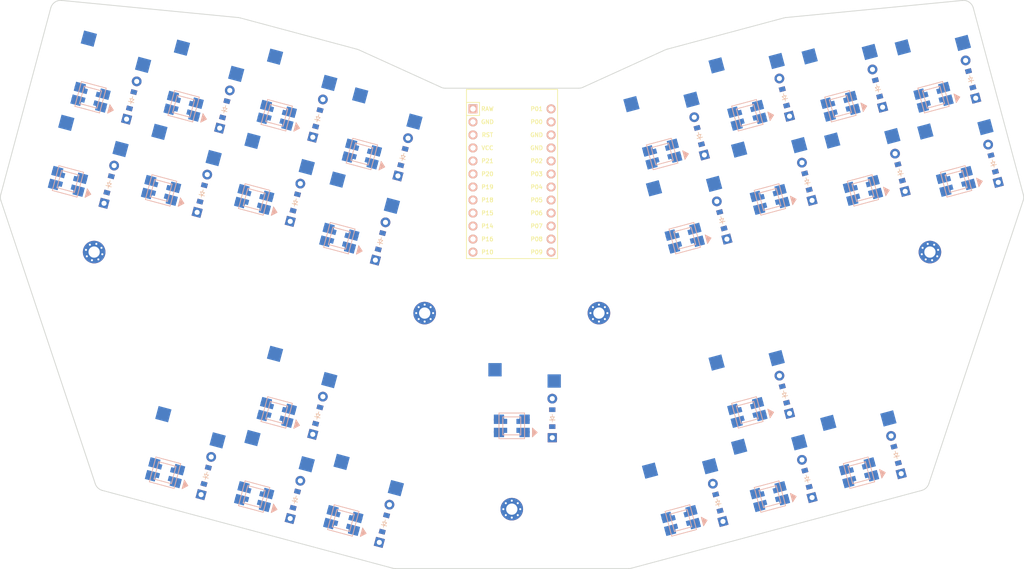
<source format=kicad_pcb>
(kicad_pcb (version 20240108) (generator "pcbnew") (generator_version "8.0")
  (title_block (title "initial") (rev "v1.0.0") (company "Unknown"))
  (layers (0 "F.Cu" signal) (31 "B.Cu" signal) (34 "B.Paste" user) (35 "F.Paste" user) (36 "B.SilkS" user "B.Silkscreen") (37 "F.SilkS" user "F.Silkscreen") (38 "B.Mask" user) (39 "F.Mask" user) (44 "Edge.Cuts" user))
  (net 0 "")
  (net 1 "P18")
  (net 2 "pinky_bottom")
  (net 3 "pinky_home")
  (net 4 "P15")
  (net 5 "ring_bottom")
  (net 6 "ring_home")
  (net 7 "P5")
  (net 8 "middle_bottom")
  (net 9 "middle_home")
  (net 10 "P7")
  (net 11 "index_bottom")
  (net 12 "index_home")
  (net 13 "near_thumb")
  (net 14 "home_thumb")
  (net 15 "home_top")
  (net 16 "far_thumb")
  (net 17 "main_default")
  (net 18 "mirror_pinky_bottom")
  (net 19 "mirror_pinky_home")
  (net 20 "mirror_ring_bottom")
  (net 21 "mirror_ring_home")
  (net 22 "mirror_middle_bottom")
  (net 23 "mirror_middle_home")
  (net 24 "mirror_index_bottom")
  (net 25 "mirror_index_home")
  (net 26 "mirror_near_thumb")
  (net 27 "mirror_home_thumb")
  (net 28 "mirror_home_top")
  (net 29 "mirror_far_thumb")
  (net 30 "P19")
  (net 31 "P16")
  (net 32 "P10")
  (net 33 "P8")
  (net 34 "P4")
  (net 35 "P6")
  (net 36 "P9")
  (net 37 "P14")
  (net 38 "VCC")
  (net 39 "GND")
  (net 40 "RAW")
  (net 41 "RST")
  (net 42 "P21")
  (net 43 "P20")
  (net 44 "P1")
  (net 45 "P0")
  (net 46 "P2")
  (net 47 "P3")
  (footprint "PG1350" (layer "F.Cu") (at 223.220307 124.235453 15)
    (property "Reference" "S16" (hide yes))
    (property "Value" "" (hide yes))
    (pad "" np_thru_hole circle (at -5.5 0) (size 1.7018 1.7018) (drill 1.7018) (layers "*.Cu" "*.Mask"))
    (pad "" np_thru_hole circle (at 0 -5.95) (size 3 3) (drill 3) (layers "*.Cu" "*.Mask"))
    (pad "" np_thru_hole circle (at 0 0) (size 3.429 3.429) (drill 3.429) (layers "*.Cu" "*.Mask"))
    (pad "" np_thru_hole circle (at 5 -3.75) (size 3 3) (drill 3) (layers "*.Cu" "*.Mask"))
    (pad "" np_thru_hole circle (at 5.5 0) (size 1.7018 1.7018) (drill 1.7018) (layers "*.Cu" "*.Mask"))
    (pad "1" smd rect (at -3.275 -5.95 15) (size 2.6 2.6) (layers "B.Cu" "B.Paste" "B.Mask") (net 4 "P15"))
    (pad "2" smd rect (at 8.275 -3.75 15) (size 2.6 2.6) (layers "B.Cu" "B.Paste" "B.Mask") (net 20 "mirror_ring_bottom"))
  )
  (footprint "PG1350" (layer "F.Cu") (at 184.047054 117.132199 15)
    (property "Reference" "S21" (hide yes))
    (property "Value" "" (hide yes))
    (pad "" np_thru_hole circle (at -5.5 0) (size 1.7018 1.7018) (drill 1.7018) (layers "*.Cu" "*.Mask"))
    (pad "" np_thru_hole circle (at 0 -5.95) (size 3 3) (drill 3) (layers "*.Cu" "*.Mask"))
    (pad "" np_thru_hole circle (at 0 0) (size 3.429 3.429) (drill 3.429) (layers "*.Cu" "*.Mask"))
    (pad "" np_thru_hole circle (at 5 -3.75) (size 3 3) (drill 3) (layers "*.Cu" "*.Mask"))
    (pad "" np_thru_hole circle (at 5.5 0) (size 1.7018 1.7018) (drill 1.7018) (layers "*.Cu" "*.Mask"))
    (pad "1" smd rect (at -3.275 -5.95 15) (size 2.6 2.6) (layers "B.Cu" "B.Paste" "B.Mask") (net 10 "P7"))
    (pad "2" smd rect (at 8.275 -3.75 15) (size 2.6 2.6) (layers "B.Cu" "B.Paste" "B.Mask") (net 25 "mirror_index_home"))
  )
  (footprint "MountingHole_2.2mm_M2_Pad_Via" (layer "F.Cu") (at 173 153)
    (property "Reference" "_4" (hide yes))
    (property "Value" "")
    (pad "1" thru_hole circle (at -1.65 0) (size 0.7 0.7) (drill 0.4) (layers "*.Cu" "*.Mask"))
    (pad "1" thru_hole circle (at -1.166726 -1.166726) (size 0.7 0.7) (drill 0.4) (layers "*.Cu" "*.Mask"))
    (pad "1" thru_hole circle (at -1.166726 1.166726) (size 0.7 0.7) (drill 0.4) (layers "*.Cu" "*.Mask"))
    (pad "1" thru_hole circle (at 0 -1.65) (size 0.7 0.7) (drill 0.4) (layers "*.Cu" "*.Mask"))
    (pad "1" thru_hole circle (at 0 0) (size 4.4 4.4) (drill 2.2) (layers "*.Cu" "*.Mask"))
    (pad "1" thru_hole circle (at 0 1.65) (size 0.7 0.7) (drill 0.4) (layers "*.Cu" "*.Mask"))
    (pad "1" thru_hole circle (at 1.166726 -1.166726) (size 0.7 0.7) (drill 0.4) (layers "*.Cu" "*.Mask"))
    (pad "1" thru_hole circle (at 1.166726 1.166726) (size 0.7 0.7) (drill 0.4) (layers "*.Cu" "*.Mask"))
    (pad "1" thru_hole circle (at 1.65 0) (size 0.7 0.7) (drill 0.4) (layers "*.Cu" "*.Mask"))
  )
  (footprint "PG1350" (layer "F.Cu") (at 107.031943 183.97055 -15)
    (property "Reference" "S10" (hide yes))
    (property "Value" "" (hide yes))
    (pad "" np_thru_hole circle (at -5.5 0) (size 1.7018 1.7018) (drill 1.7018) (layers "*.Cu" "*.Mask"))
    (pad "" np_thru_hole circle (at 0 -5.95) (size 3 3) (drill 3) (layers "*.Cu" "*.Mask"))
    (pad "" np_thru_hole circle (at 0 0) (size 3.429 3.429) (drill 3.429) (layers "*.Cu" "*.Mask"))
    (pad "" np_thru_hole circle (at 5 -3.75) (size 3 3) (drill 3) (layers "*.Cu" "*.Mask"))
    (pad "" np_thru_hole circle (at 5.5 0) (size 1.7018 1.7018) (drill 1.7018) (layers "*.Cu" "*.Mask"))
    (pad "1" smd rect (at -3.275 -5.95 345) (size 2.6 2.6) (layers "B.Cu" "B.Paste" "B.Mask") (net 4 "P15"))
    (pad "2" smd rect (at 8.275 -3.75 345) (size 2.6 2.6) (layers "B.Cu" "B.Paste" "B.Mask") (net 14 "home_thumb"))
  )
  (footprint "PG1350" (layer "F.Cu") (at 236.983505 106.053748 15)
    (property "Reference" "S15" (hide yes))
    (property "Value" "" (hide yes))
    (pad "" np_thru_hole circle (at -5.5 0) (size 1.7018 1.7018) (drill 1.7018) (layers "*.Cu" "*.Mask"))
    (pad "" np_thru_hole circle (at 0 -5.95) (size 3 3) (drill 3) (layers "*.Cu" "*.Mask"))
    (pad "" np_thru_hole circle (at 0 0) (size 3.429 3.429) (drill 3.429) (layers "*.Cu" "*.Mask"))
    (pad "" np_thru_hole circle (at 5 -3.75) (size 3 3) (drill 3) (layers "*.Cu" "*.Mask"))
    (pad "" np_thru_hole circle (at 5.5 0) (size 1.7018 1.7018) (drill 1.7018) (layers "*.Cu" "*.Mask"))
    (pad "1" smd rect (at -3.275 -5.95 15) (size 2.6 2.6) (layers "B.Cu" "B.Paste" "B.Mask") (net 1 "P18"))
    (pad "2" smd rect (at 8.275 -3.75 15) (size 2.6 2.6) (layers "B.Cu" "B.Paste" "B.Mask") (net 19 "mirror_pinky_home"))
  )
  (footprint "PG1350" (layer "F.Cu") (at 111.431867 167.549811 -15)
    (property "Reference" "S11" (hide yes))
    (property "Value" "" (hide yes))
    (pad "" np_thru_hole circle (at -5.5 0) (size 1.7018 1.7018) (drill 1.7018) (layers "*.Cu" "*.Mask"))
    (pad "" np_thru_hole circle (at 0 -5.95) (size 3 3) (drill 3) (layers "*.Cu" "*.Mask"))
    (pad "" np_thru_hole circle (at 0 0) (size 3.429 3.429) (drill 3.429) (layers "*.Cu" "*.Mask"))
    (pad "" np_thru_hole circle (at 5 -3.75) (size 3 3) (drill 3) (layers "*.Cu" "*.Mask"))
    (pad "" np_thru_hole circle (at 5.5 0) (size 1.7018 1.7018) (drill 1.7018) (layers "*.Cu" "*.Mask"))
    (pad "1" smd rect (at -3.275 -5.95 345) (size 2.6 2.6) (layers "B.Cu" "B.Paste" "B.Mask") (net 4 "P15"))
    (pad "2" smd rect (at 8.275 -3.75 345) (size 2.6 2.6) (layers "B.Cu" "B.Paste" "B.Mask") (net 15 "home_top"))
  )
  (footprint "WS2812B" (layer "F.Cu") (at 91.979629 112.644343 -15)
    (property "Reference" "LED4" (hide yes))
    (property "Value" "" (hide yes))
    (pad "1" smd rect (at -2.2 -0.875 345) (size 2.6 1) (layers "B.Cu" "B.Paste" "B.Mask") (net 38 "VCC"))
    (pad "2" smd rect (at -2.2 0.875 345) (size 2.6 1) (layers "B.Cu" "B.Paste" "B.Mask") (net 37 "P14"))
    (pad "3" smd rect (at 2.2 0.875 345) (size 2.6 1) (layers "B.Cu" "B.Paste" "B.Mask") (net 39 "GND"))
    (pad "4" smd rect (at 2.2 -0.875 345) (size 2.6 1) (layers "B.Cu" "B.Paste" "B.Mask") (net 37 "P14"))
    (pad "11" smd rect (at -2.5 -1.6 345) (size 2 1.2) (layers "B.Cu" "B.Paste" "B.Mask") (net 38 "VCC"))
    (pad "22" smd rect (at -2.5 1.6 345) (size 2 1.2) (layers "B.Cu" "B.Paste" "B.Mask") (net 37 "P14"))
    (pad "33" smd rect (at 2.5 1.6 345) (size 2 1.2) (layers "B.Cu" "B.Paste" "B.Mask") (net 39 "GND"))
    (pad "44" smd rect (at 2.5 -1.6 345) (size 2 1.2) (layers "B.Cu" "B.Paste" "B.Mask") (net 37 "P14"))
  )
  (footprint "MountingHole_2.2mm_M2_Pad_Via" (layer "F.Cu") (at 74.521124 141.095188 -15)
    (property "Reference" "_1" (hide yes))
    (property "Value" "")
    (pad "1" thru_hole circle (at -1.65 0.000001) (size 0.7 0.7) (drill 0.4) (layers "*.Cu" "*.Mask"))
    (pad "1" thru_hole circle (at -1.166726 -1.166726) (size 0.7 0.7) (drill 0.4) (layers "*.Cu" "*.Mask"))
    (pad "1" thru_hole circle (at -1.166726 1.166726) (size 0.7 0.7) (drill 0.4) (layers "*.Cu" "*.Mask"))
    (pad "1" thru_hole circle (at -0.000001 -1.65) (size 0.7 0.7) (drill 0.4) (layers "*.Cu" "*.Mask"))
    (pad "1" thru_hole circle (at 0 0) (size 4.4 4.4) (drill 2.2) (layers "*.Cu" "*.Mask"))
    (pad "1" thru_hole circle (at 0.000001 1.65) (size 0.7 0.7) (drill 0.4) (layers "*.Cu" "*.Mask"))
    (pad "1" thru_hole circle (at 1.166726 -1.166726) (size 0.7 0.7) (drill 0.4) (layers "*.Cu" "*.Mask"))
    (pad "1" thru_hole circle (at 1.166726 1.166726) (size 0.7 0.7) (drill 0.4) (layers "*.Cu" "*.Mask"))
    (pad "1" thru_hole circle (at 1.65 -0.000001) (size 0.7 0.7) (drill 0.4) (layers "*.Cu" "*.Mask"))
  )
  (footprint "PG1350" (layer "F.Cu") (at 93.273724 107.814713 -15)
    (property "Reference" "S4" (hide yes))
    (property "Value" "" (hide yes))
    (pad "" np_thru_hole circle (at -5.5 0) (size 1.7018 1.7018) (drill 1.7018) (layers "*.Cu" "*.Mask"))
    (pad "" np_thru_hole circle (at 0 -5.95) (size 3 3) (drill 3) (layers "*.Cu" "*.Mask"))
    (pad "" np_thru_hole circle (at 0 0) (size 3.429 3.429) (drill 3.429) (layers "*.Cu" "*.Mask"))
    (pad "" np_thru_hole circle (at 5 -3.75) (size 3 3) (drill 3) (layers "*.Cu" "*.Mask"))
    (pad "" np_thru_hole circle (at 5.5 0) (size 1.7018 1.7018) (drill 1.7018) (layers "*.Cu" "*.Mask"))
    (pad "1" smd rect (at -3.275 -5.95 345) (size 2.6 2.6) (layers "B.Cu" "B.Paste" "B.Mask") (net 4 "P15"))
    (pad "2" smd rect (at 8.275 -3.75 345) (size 2.6 2.6) (layers "B.Cu" "B.Paste" "B.Mask") (net 6 "ring_home"))
  )
  (footprint "WS2812B" (layer "F.Cu") (at 185.341149 121.961828 15)
    (property "Reference" "LED21" (hide yes))
    (property "Value" "" (hide yes))
    (pad "1" smd rect (at -2.2 -0.875 15) (size 2.6 1) (layers "B.Cu" "B.Paste" "B.Mask") (net 38 "VCC"))
    (pad "2" smd rect (at -2.2 0.875 15) (size 2.6 1) (layers "B.Cu" "B.Paste" "B.Mask") (net 37 "P14"))
    (pad "3" smd rect (at 2.2 0.875 15) (size 2.6 1) (layers "B.Cu" "B.Paste" "B.Mask") (net 39 "GND"))
    (pad "4" smd rect (at 2.2 -0.875 15) (size 2.6 1) (layers "B.Cu" "B.Paste" "B.Mask") (net 37 "P14"))
    (pad "11" smd rect (at -2.5 -1.6 15) (size 2 1.2) (layers "B.Cu" "B.Paste" "B.Mask") (net 38 "VCC"))
    (pad "22" smd rect (at -2.5 1.6 15) (size 2 1.2) (layers "B.Cu" "B.Paste" "B.Mask") (net 37 "P14"))
    (pad "33" smd rect (at 2.5 1.6 15) (size 2 1.2) (layers "B.Cu" "B.Paste" "B.Mask") (net 39 "GND"))
    (pad "44" smd rect (at 2.5 -1.6 15) (size 2 1.2) (layers "B.Cu" "B.Paste" "B.Mask") (net 37 "P14"))
  )
  (footprint "WS2812B" (layer "F.Cu") (at 87.579705 129.065082 -15)
    (property "Reference" "LED3" (hide yes))
    (property "Value" "" (hide yes))
    (pad "1" smd rect (at -2.2 -0.875 345) (size 2.6 1) (layers "B.Cu" "B.Paste" "B.Mask") (net 38 "VCC"))
    (pad "2" smd rect (at -2.2 0.875 345) (size 2.6 1) (layers "B.Cu" "B.Paste" "B.Mask") (net 37 "P14"))
    (pad "3" smd rect (at 2.2 0.875 345) (size 2.6 1) (layers "B.Cu" "B.Paste" "B.Mask") (net 39 "GND"))
    (pad "4" smd rect (at 2.2 -0.875 345) (size 2.6 1) (layers "B.Cu" "B.Paste" "B.Mask") (net 37 "P14"))
    (pad "11" smd rect (at -2.5 -1.6 345) (size 2 1.2) (layers "B.Cu" "B.Paste" "B.Mask") (net 38 "VCC"))
    (pad "22" smd rect (at -2.5 1.6 345) (size 2 1.2) (layers "B.Cu" "B.Paste" "B.Mask") (net 37 "P14"))
    (pad "33" smd rect (at 2.5 1.6 345) (size 2 1.2) (layers "B.Cu" "B.Paste" "B.Mask") (net 39 "GND"))
    (pad "44" smd rect (at 2.5 -1.6 345) (size 2 1.2) (layers "B.Cu" "B.Paste" "B.Mask") (net 37 "P14"))
  )
  (footprint "PG1350" (layer "F.Cu") (at 200.657261 109.575679 15)
    (property "Reference" "S19" (hide yes))
    (property "Value" "" (hide yes))
    (pad "" np_thru_hole circle (at -5.5 0) (size 1.7018 1.7018) (drill 1.7018) (layers "*.Cu" "*.Mask"))
    (pad "" np_thru_hole circle (at 0 -5.95) (size 3 3) (drill 3) (layers "*.Cu" "*.Mask"))
    (pad "" np_thru_hole circle (at 0 0) (size 3.429 3.429) (drill 3.429) (layers "*.Cu" "*.Mask"))
    (pad "" np_thru_hole circle (at 5 -3.75) (size 3 3) (drill 3) (layers "*.Cu" "*.Mask"))
    (pad "" np_thru_hole circle (at 5.5 0) (size 1.7018 1.7018) (drill 1.7018) (layers "*.Cu" "*.Mask"))
    (pad "1" smd rect (at -3.275 -5.95 15) (size 2.6 2.6) (layers "B.Cu" "B.Paste" "B.Mask") (net 7 "P5"))
    (pad "2" smd rect (at 8.275 -3.75 15) (size 2.6 2.6) (layers "B.Cu" "B.Paste" "B.Mask") (net 23 "mirror_middle_home"))
  )
  (footprint "ProMicro" (layer "F.Cu") (at 156.047054 127.132199 -90)
    (property "Reference" "MCU1" (hide yes))
    (property "Value" "" (hide yes))
    (fp_text user "P04" (at 1.27 -4.8 0) (layer "F.SilkS") (effects (font (size 0.8 0.8))))
    (fp_text user "VCC" (at -6.35 4.8 0) (layer "F.SilkS") (effects (font (size 0.8 0.8))))
    (fp_text user "P06" (at 6.35 -4.8 0) (layer "F.SilkS") (effects (font (size 0.8 0.8))))
    (fp_text user "P01" (at -13.97 -4.8 0) (layer "F.SilkS") (effects (font (size 0.8 0.8))))
    (fp_text user "P15" (at 6.35 4.8 0) (layer "F.SilkS") (effects (font (size 0.8 0.8))))
    (fp_text user "GND" (at -8.89 -4.8 0) (layer "F.SilkS") (effects (font (size 0.8 0.8))))
    (fp_text user "P16" (at 11.43 4.8 0) (layer "F.SilkS") (effects (font (size 0.8 0.8))))
    (fp_text user "P21" (at -3.81 4.8 0) (layer "F.SilkS") (effects (font (size 0.8 0.8))))
    (fp_text user "GND" (at -11.43 4.8 0) (layer "F.SilkS") (effects (font (size 0.8 0.8))))
    (fp_text user "P10" (at 13.97 4.8 0) (layer "F.SilkS") (effects (font (size 0.8 0.8))))
    (fp_text user "P08" (at 11.43 -4.8 0) (layer "F.SilkS") (effects (font (size 0.8 0.8))))
    (fp_text user "P03" (at -1.27 -4.8 0) (layer "F.SilkS") (effects (font (size 0.8 0.8))))
    (fp_text user "GND" (at -6.35 -4.8 0) (layer "F.SilkS") (effects (font (size 0.8 0.8))))
    (fp_text user "RAW" (at -13.97 4.8 0) (layer "F.SilkS") (effects (font (size 0.8 0.8))))
    (fp_text user "RST" (at -8.89 4.8 0) (layer "F.SilkS") (effects (font (size 0.8 0.8))))
    (fp_text user "P00" (at -11.43 -4.8 0) (layer "F.SilkS") (effects (font (size 0.8 0.8))))
    (fp_text user "P09" (at 13.97 -4.8 0) (layer "F.SilkS") (effects (font (size 0.8 0.8))))
    (fp_text user "P05" (at 3.81 -4.8 0) (layer "F.SilkS") (effects (font (size 0.8 0.8))))
    (fp_text user "P18" (at 3.81 4.8 0) (layer "F.SilkS") (effects (font (size 0.8 0.8))))
    (fp_text user "P19" (at 1.27 4.8 0) (layer "F.SilkS") (effects (font (size 0.8 0.8))))
    (fp_text user "P02" (at -3.81 -4.8 0) (layer "F.SilkS") (effects (font (size 0.8 0.8))))
    (fp_text user "P07" (at 8.89 -4.8 0) (layer "F.SilkS") (effects (font (size 0.8 0.8))))
    (fp_text user "P14" (at 8.89 4.8 0) (layer "F.SilkS") (effects (font (size 0.8 0.8))))
    (fp_text user "P20" (at -1.27 4.8 0) (layer "F.SilkS") (effects (font (size 0.8 0.8))))
    (pad "1" thru_hole rect (at -13.97 7.62 270) (size 1.7526 1.7526) (drill 1.0922) (layers "*.Cu" "*.SilkS" "*.Mask") (net 40 "RAW"))
    (pad "2" thru_hole circle (at -11.43 7.62) (size 1.7526 1.7526) (drill 1.0922) (layers "*.Cu" "*.SilkS" "*.Mask") (net 39 "GND"))
    (pad "3" thru_hole circle (at -8.89 7.62) (size 1.7526 1.7526) (drill 1.0922) (layers "*.Cu" "*.SilkS" "*.Mask") (net 41 "RST"))
    (pad "4" thru_hole circle (at -6.35 7.62) (size 1.7526 1.7526) (drill 1.0922) (layers "*.Cu" "*.SilkS" "*.Mask") (net 38 "VCC"))
    (pad "5" thru_hole circle (at -3.81 7.62) (size 1.7526 1.7526) (drill 1.0922) (layers "*.Cu" "*.SilkS" "*.Mask") (net 42 "P21"))
    (pad "6" thru_hole circle (at -1.27 7.62) (size 1.7526 1.7526) (drill 1.0922) (layers "*.Cu" "*.SilkS" "*.Mask") (net 43 "P20"))
    (pad "7" thru_hole circle (at 1.27 7.62) (size 1.7526 1.7526) (drill 1.0922) (layers "*.Cu" "*.SilkS" "*.Mask") (net 30 "P19"))
    (pad "8" thru_hole circle (at 3.81 7.62) (size 1.7526 1.7526) (drill 1.0922) (layers "*.Cu" "*.SilkS" "*.Mask") (net 1 "P18"))
    (pad "9" thru_hole circle (at 6.35 7.62) (size 1.7526 1.7526) (drill 1.0922) (layers "*.Cu" "*.SilkS" "*.Mask") (net 4 "P15"))
    (pad "10" thru_hole circle (at 8.89 7.62) (size 1.7526 1.7526) (drill 1.0922) (layers "*.Cu" "*.SilkS" "*.Mask") (net 37 "P14"))
    (pad "11" thru_hole circle (at 11.43 7.62) (size 1.7526 1.7526) (drill 1.0922) (layers "*.Cu" "*.SilkS" "*.Mask") (net 31 "P16"))
    (pad "12" thru_hole circle (at 13.97 7.62) (size 1.7526 1.7526) (drill 1.0922) (layers "*.Cu" "*.SilkS" "*.Mask") (net 32 "P10"))
    (pad "13" thru_hole circle (at -13.97 -7.62) (size 1.7526 1.7526) (drill 1.0922) (layers "*.Cu" "*.SilkS" "*.Mask") (net 44 "P1"))
    (pad "14" thru_hole circle (at -11.43 -7.62) (size 1.7526 1.7526) (drill 1.0922) (layers "*.Cu" "*.SilkS" "*.Mask") (net 45 "P0"))
    (pad "15" thru_hole circle (at -8.89 -7.62) (size 1.7526 1.7526) (drill 1.0922) (layers "*.Cu" "*.SilkS" "*.Mask") (net 39 "GND"))
    (pad "16" thru_hole circle (at -6.35 -7.62) (size 1.7526 1.7526) (drill 1.0922) (layers "*.Cu" "*.SilkS" "*.Mask") (net 39 "GND"))
    (pad "17" thru_hole circle (at -3.81 -7.62) (size 1.7526 1.7526) (drill 1.0922) (layers "*.Cu" "*.SilkS" "*.Mask") (net 46 "P2"))
    (pad "18" thru_hole circle (at -1.27 -7.62) (size 1.7526 1.7526) (drill 1.0922) (layers "*.Cu" "*.SilkS" "*.Mask") (net 47 "P3"))
    (pad "19" thru_hole circle (at 1.27 -7.62) (size 1.7526 1.7526) (drill 1.0922) (layers "*.Cu" "*.SilkS" "*.Mask") (net 34 "P4"))
    (pad "20" thru_hole circle (at 3.81 -7.62) (size 1.7526 1.7526) (drill 1.0922) (layers "*.Cu" "*.SilkS" "*.Mask") (net 7 "P5"))
    (pad "21" thru_hole circle (at 6.35 -7.62) (size 1.7526 1.7526) (drill 1.0922) (layers "*.Cu" "*.SilkS" "*.Mask") (net 35 "P6"))
    (pad "22" thru_hole circle (at 8.89 -7.62) (size 1.7526 1.7526) (drill 1.0922) (layers "*.Cu" "*.SilkS" "*.Mask") (net 10 "P7"))
    (pad "23" thru_hole circle (at 11.43 -7.62) (size 1.7526 1.7526) (drill 1.0922) (layers "*.Cu" "*.SilkS" "*.Mask") (net 33 "P8"))
    (pad "24" thru_hole circle (at 13.97 -7.62) (size 1.7526 1.7526) (drill 1.0922) (layers "*.Cu" "*.SilkS" "*.Mask") (net 36 "P9"))
  )
  (footprint "PG1350" (layer "F.Cu") (at 222.448829 179.311807 15)
    (property "Reference" "S22" (hide yes))
    (property "Value" "" (hide yes))
    (pad "" np_thru_hole circle (at -5.5 0) (size 1.7018 1.7018) (drill 1.7018) (layers "*.Cu" "*.Mask"))
    (pad "" np_thru_hole circle (at 0 -5.95) (size 3 3) (drill 3) (layers "*.Cu" "*.Mask"))
    (pad "" np_thru_hole circle (at 0 0) (size 3.429 3.429) (drill 3.429) (layers "*.Cu" "*.Mask"))
    (pad "" np_thru_hole circle (at 5 -3.75) (size 3 3) (drill 3) (layers "*.Cu" "*.Mask"))
    (pad "" np_thru_hole circle (at 5.5 0) (size 1.7018 1.7018) (drill 1.7018) (layers "*.Cu" "*.Mask"))
    (pad "1" smd rect (at -3.275 -5.95 15) (size 2.6 2.6) (layers "B.Cu" "B.Paste" "B.Mask") (net 1 "P18"))
    (pad "2" smd rect (at 8.275 -3.75 15) (size 2.6 2.6) (layers "B.Cu" "B.Paste" "B.Mask") (net 26 "mirror_near_thumb"))
  )
  (footprint "ComboDiode" (layer "F.Cu") (at 134.772001 122.55761 75)
    (property "Reference" "D8" (hide yes))
    (property "Value" "" (hide yes))
    (pad "1" thru_hole rect (at -3.81 -0.000001 75) (size 1.778 1.778) (drill 0.9906) (layers "*.Cu" "*.Mask") (net 31 "P16"))
    (pad "1" smd rect (at -1.65 0.000001 75) (size 0.9 1.2) (layers "F.Cu" "F.Paste" "F.Mask") (net 31 "P16"))
    (pad "1" smd rect (at -1.65 0.000001 75) (size 0.9 1.2) (layers "B.Cu" "B.Paste" "B.Mask") (net 31 "P16"))
    (pad "2" smd rect (at 1.65 -0.000001 75) (size 0.9 1.2) (layers "F.Cu" "F.Paste" "F.Mask") (net 12 "index_home"))
    (pad "2" smd rect (at 1.65 -0.000001 75) (size 0.9 1.2) (layers "B.Cu" "B.Paste" "B.Mask") (net 12 "index_home"))
    (pad "2" thru_hole circle (at 3.81 0.000001 75) (size 1.905 1.905) (drill 0.9906) (layers "*.Cu" "*.Mask") (net 12 "index_home"))
  )
  (footprint "MountingHole_2.2mm_M2_Pad_Via" (layer "F.Cu") (at 156 191.25)
    (property "Reference" "_3" (hide yes))
    (property "Value" "")
    (pad "1" thru_hole circle (at -1.65 0) (size 0.7 0.7) (drill 0.4) (layers "*.Cu" "*.Mask"))
    (pad "1" thru_hole circle (at -1.166726 -1.166726) (size 0.7 0.7) (drill 0.4) (layers "*.Cu" "*.Mask"))
    (pad "1" thru_hole circle (at -1.166726 1.166726) (size 0.7 0.7) (drill 0.4) (layers "*.Cu" "*.Mask"))
    (pad "1" thru_hole circle (at 0 -1.65) (size 0.7 0.7) (drill 0.4) (layers "*.Cu" "*.Mask"))
    (pad "1" thru_hole circle (at 0 0) (size 4.4 4.4) (drill 2.2) (layers "*.Cu" "*.Mask"))
    (pad "1" thru_hole circle (at 0 1.65) (size 0.7 0.7) (drill 0.4) (layers "*.Cu" "*.Mask"))
    (pad "1" thru_hole circle (at 1.166726 -1.166726) (size 0.7 0.7) (drill 0.4) (layers "*.Cu" "*.Mask"))
    (pad "1" thru_hole circle (at 1.166726 1.166726) (size 0.7 0.7) (drill 0.4) (layers "*.Cu" "*.Mask"))
    (pad "1" thru_hole circle (at 1.65 0) (size 0.7 0.7) (drill 0.4) (layers "*.Cu" "*.Mask"))
  )
  (footprint "ComboDiode" (layer "F.Cu") (at 213.593866 127.332488 105)
    (property "Reference" "D18" (hide yes))
    (property "Value" "" (hide yes))
    (pad "1" thru_hole rect (at -3.81 0.000001 105) (size 1.778 1.778) (drill 0.9906) (layers "*.Cu" "*.Mask") (net 34 "P4"))
    (pad "1" smd rect (at -1.65 -0.000001 105) (size 0.9 1.2) (layers "F.Cu" "F.Paste" "F.Mask") (net 34 "P4"))
    (pad "1" smd rect (at -1.65 -0.000001 105) (size 0.9 1.2) (layers "B.Cu" "B.Paste" "B.Mask") (net 34 "P4"))
    (pad "2" smd rect (at 1.65 0.000001 105) (size 0.9 1.2) (layers "F.Cu" "F.Paste" "F.Mask") (net 22 "mirror_middle_bottom"))
    (pad "2" smd rect (at 1.65 0.000001 105) (size 0.9 1.2) (layers "B.Cu" "B.Paste" "B.Mask") (net 22 "mirror_middle_bottom"))
    (pad "2" thru_hole circle (at 3.81 -0.000001 105) (size 1.905 1.905) (drill 0.9906) (layers "*.Cu" "*.Mask") (net 22 "mirror_middle_bottom"))
  )
  (footprint "ComboDiode" (layer "F.Cu") (at 81.835549 111.479159 75)
    (property "Reference" "D2" (hide yes))
    (property "Value" "" (hide yes))
    (pad "1" thru_hole rect (at -3.81 -0.000001 75) (size 1.778 1.778) (drill 0.9906) (layers "*.Cu" "*.Mask") (net 31 "P16"))
    (pad "1" smd rect (at -1.65 0.000001 75) (size 0.9 1.2) (layers "F.Cu" "F.Paste" "F.Mask") (net 31 "P16"))
    (pad "1" smd rect (at -1.65 0.000001 75) (size 0.9 1.2) (layers "B.Cu" "B.Paste" "B.Mask") (net 31 "P16"))
    (pad "2" smd rect (at 1.65 -0.000001 75) (size 0.9 1.2) (layers "F.Cu" "F.Paste" "F.Mask") (net 3 "pinky_home"))
    (pad "2" smd rect (at 1.65 -0.000001 75) (size 0.9 1.2) (layers "B.Cu" "B.Paste" "B.Mask") (net 3 "pinky_home"))
    (pad "2" thru_hole circle (at 3.81 0.000001 75) (size 1.905 1.905) (drill 0.9906) (layers "*.Cu" "*.Mask") (net 3 "pinky_home"))
  )
  (footprint "PG1350" (layer "F.Cu") (at 88.8738 124.235453 -15)
    (property "Reference" "S3" (hide yes))
    (property "Value" "" (hide yes))
    (pad "" np_thru_hole circle (at -5.5 0) (size 1.7018 1.7018) (drill 1.7018) (layers "*.Cu" "*.Mask"))
    (pad "" np_thru_hole circle (at 0 -5.95) (size 3 3) (drill 3) (layers "*.Cu" "*.Mask"))
    (pad "" np_thru_hole circle (at 0 0) (size 3.429 3.429) (drill 3.429) (layers "*.Cu" "*.Mask"))
    (pad "" np_thru_hole circle (at 5 -3.75) (size 3 3) (drill 3) (layers "*.Cu" "*.Mask"))
    (pad "" np_thru_hole circle (at 5.5 0) (size 1.7018 1.7018) (drill 1.7018) (layers "*.Cu" "*.Mask"))
    (pad "1" smd rect (at -3.275 -5.95 345) (size 2.6 2.6) (layers "B.Cu" "B.Paste" "B.Mask") (net 4 "P15"))
    (pad "2" smd rect (at 8.275 -3.75 345) (size 2.6 2.6) (layers "B.Cu" "B.Paste" "B.Mask") (net 5 "ring_bottom"))
  )
  (footprint "PG1350" (layer "F.Cu") (at 205.057185 125.996418 15)
    (property "Reference" "S18" (hide yes))
    (property "Value" "" (hide yes))
    (pad "" np_thru_hole circle (at -5.5 0) (size 1.7018 1.7018) (drill 1.7018) (layers "*.Cu" "*.Mask"))
    (pad "" np_thru_hole circle (at 0 -5.95) (size 3 3) (drill 3) (layers "*.Cu" "*.Mask"))
    (pad "" np_thru_hole circle (at 0 0) (size 3.429 3.429) (drill 3.429) (layers "*.Cu" "*.Mask"))
    (pad "" np_thru_hole circle (at 5 -3.75) (size 3 3) (drill 3) (layers "*.Cu" "*.Mask"))
    (pad "" np_thru_hole circle (at 5.5 0) (size 1.7018 1.7018) (drill 1.7018) (layers "*.Cu" "*.Mask"))
    (pad "1" smd rect (at -3.275 -5.95 15) (size 2.6 2.6) (layers "B.Cu" "B.Paste" "B.Mask") (net 7 "P5"))
    (pad "2" smd rect (at 8.275 -3.75 15) (size 2.6 2.6) (layers "B.Cu" "B.Paste" "B.Mask") (net 22 "mirror_middle_bottom"))
  )
  (footprint "ComboDiode" (layer "F.Cu") (at 227.357064 109.150783 105)
    (property "Reference" "D17" (hide yes))
    (property "Value" "" (hide yes))
    (pad "1" thru_hole rect (at -3.81 0.000001 105) (size 1.778 1.778) (drill 0.9906) (layers "*.Cu" "*.Mask") (net 35 "P6"))
    (pad "1" smd rect (at -1.65 -0.000001 105) (size 0.9 1.2) (layers "F.Cu" "F.Paste" "F.Mask") (net 35 "P6"))
    (pad "1" smd rect (at -1.65 -0.000001 105) (size 0.9 1.2) (layers "B.Cu" "B.Paste" "B.Mask") (net 35 "P6"))
    (pad "2" smd rect (at 1.65 0.000001 105) (size 0.9 1.2) (layers "F.Cu" "F.Paste" "F.Mask") (net 21 "mirror_ring_home"))
    (pad "2" smd rect (at 1.65 0.000001 105) (size 0.9 1.2) (layers "B.Cu" "B.Paste" "B.Mask") (net 21 "mirror_ring_home"))
    (pad "2" thru_hole circle (at 3.81 -0.000001 105) (size 1.905 1.905) (drill 0.9906) (layers "*.Cu" "*.Mask") (net 21 "mirror_ring_home"))
  )
  (footprint "ComboDiode" (layer "F.Cu") (at 113.76187 131.421829 75)
    (property "Reference" "D5" (hide yes))
    (property "Value" "" (hide yes))
    (pad "1" thru_hole rect (at -3.81 -0.000001 75) (size 1.778 1.778) (drill 0.9906) (layers "*.Cu" "*.Mask") (net 30 "P19"))
    (pad "1" smd rect (at -1.65 0.000001 75) (size 0.9 1.2) (layers "F.Cu" "F.Paste" "F.Mask") (net 30 "P19"))
    (pad "1" smd rect (at -1.65 0.000001 75) (size 0.9 1.2) (layers "B.Cu" "B.Paste" "B.Mask") (net 30 "P19"))
    (pad "2" smd rect (at 1.65 -0.000001 75) (size 0.9 1.2) (layers "F.Cu" "F.Paste" "F.Mask") (net 8 "middle_bottom"))
    (pad "2" smd rect (at 1.65 -0.000001 75) (size 0.9 1.2) (layers "B.Cu" "B.Paste" "B.Mask") (net 8 "middle_bottom"))
    (pad "2" thru_hole circle (at 3.81 0.000001 75) (size 1.905 1.905) (drill 0.9906) (layers "*.Cu" "*.Mask") (net 8 "middle_bottom"))
  )
  (footprint "ComboDiode" (layer "F.Cu") (at 163.9 173.5 90)
    (property "Reference" "D13" (hide yes))
    (property "Value" "" (hide yes))
    (pad "1" thru_hole rect (at -3.81 0 90) (size 1.778 1.778) (drill 0.9906) (layers "*.Cu" "*.Mask") (net 33 "P8"))
    (pad "1" smd rect (at -1.65 0 90) (size 0.9 1.2) (layers "F.Cu" "F.Paste" "F.Mask") (net 33 "P8"))
    (pad "1" smd rect (at -1.65 0 90) (size 0.9 1.2) (layers "B.Cu" "B.Paste" "B.Mask") (net 33 "P8"))
    (pad "2" smd rect (at 1.65 0 90) (size 0.9 1.2) (layers "F.Cu" "F.Paste" "F.Mask") (net 17 "main_default"))
    (pad "2" smd rect (at 1.65 0 90) (size 0.9 1.2) (layers "B.Cu" "B.Paste" "B.Mask") (net 17 "main_default"))
    (pad "2" thru_hole circle (at 3.81 0 90) (size 1.905 1.905) (drill 0.9906) (layers "*.Cu" "*.Mask") (net 17 "main_default"))
  )
  (footprint "PG1350" (layer "F.Cu") (at 205.062164 183.97055 15)
    (property "Reference" "S23" (hide yes))
    (property "Value" "" (hide yes))
    (pad "" np_thru_hole circle (at -5.5 0) (size 1.7018 1.7018) (drill 1.7018) (layers "*.Cu" "*.Mask"))
    (pad "" np_thru_hole circle (at 0 -5.95) (size 3 3) (drill 3) (layers "*.Cu" "*.Mask"))
    (pad "" np_thru_hole circle (at 0 0) (size 3.429 3.429) (drill 3.429) (layers "*.Cu" "*.Mask"))
    (pad "" np_thru_hole circle (at 5 -3.75) (size 3 3) (drill 3) (layers "*.Cu" "*.Mask"))
    (pad "" np_thru_hole circle (at 5.5 0) (size 1.7018 1.7018) (drill 1.7018) (layers "*.Cu" "*.Mask"))
    (pad "1" smd rect (at -3.275 -5.95 15) (size 2.6 2.6) (layers "B.Cu" "B.Paste" "B.Mask") (net 4 "P15"))
    (pad "2" smd rect (at 8.275 -3.75 15) (size 2.6 2.6) (layers "B.Cu" "B.Paste" "B.Mask") (net 27 "mirror_home_thumb"))
  )
  (footprint "PG1350" (layer "F.Cu") (at 111.436846 109.575679 -15)
    (property "Reference" "S6" (hide yes))
    (property "Value" "" (hide yes))
    (pad "" np_thru_hole circle (at -5.5 0) (size 1.7018 1.7018) (drill 1.7018) (layers "*.Cu" "*.Mask"))
    (pad "" np_thru_hole circle (at 0 -5.95) (size 3 3) (drill 3) (layers "*.Cu" "*.Mask"))
    (pad "" np_thru_hole circle (at 0 0) (size 3.429 3.429) (drill 3.429) (layers "*.Cu" "*.Mask"))
    (pad "" np_thru_hole circle (at 5 -3.75) (size 3 3) (drill 3) (layers "*.Cu" "*.Mask"))
    (pad "" np_thru_hole circle (at 5.5 0) (size 1.7018 1.7018) (drill 1.7018) (layers "*.Cu" "*.Mask"))
    (pad "1" smd rect (at -3.275 -5.95 345) (size 2.6 2.6) (layers "B.Cu" "B.Paste" "B.Mask") (net 7 "P5"))
    (pad "2" smd rect (at 8.275 -3.75 345) (size 2.6 2.6) (layers "B.Cu" "B.Paste" "B.Mask") (net 9 "middle_home"))
  )
  (footprint "WS2812B" (layer "F.Cu") (at 126.752958 121.961828 -15)
    (property "Reference" "LED8" (hide yes))
    (property "Value" "" (hide yes))
    (pad "1" smd rect (at -2.2 -0.875 345) (size 2.6 1) (layers "B.Cu" "B.Paste" "B.Mask") (net 38 "VCC"))
    (pad "2" smd rect (at -2.2 0.875 345) (size 2.6 1) (layers "B.Cu" "B.Paste" "B.Mask") (net 37 "P14"))
    (pad "3" smd rect (at 2.2 0.875 345) (size 2.6 1) (layers "B.Cu" "B.Paste" "B.Mask") (net 39 "GND"))
    (pad "4" smd rect (at 2.2 -0.875 345) (size 2.6 1) (layers "B.Cu" "B.Paste" "B.Mask") (net 37 "P14"))
    (pad "11" smd rect (at -2.5 -1.6 345) (size 2 1.2) (layers "B.Cu" "B.Paste" "B.Mask") (net 38 "VCC"))
    (pad "22" smd rect (at -2.5 1.6 345) (size 2 1.2) (layers "B.Cu" "B.Paste" "B.Mask") (net 37 "P14"))
    (pad "33" smd rect (at 2.5 1.6 345) (size 2 1.2) (layers "B.Cu" "B.Paste" "B.Mask") (net 39 "GND"))
    (pad "44" smd rect (at 2.5 -1.6 345) (size 2 1.2) (layers "B.Cu" "B.Paste" "B.Mask") (net 37 "P14"))
  )
  (footprint "ComboDiode" (layer "F.Cu") (at 209.198921 168.885881 105)
    (property "Reference" "D24" (hide yes))
    (property "Value" "" (hide yes))
    (pad "1" thru_hole rect (at -3.81 0.000001 105) (size 1.778 1.778) (drill 0.9906) (layers "*.Cu" "*.Mask") (net 33 "P8"))
    (pad "1" smd rect (at -1.65 -0.000001 105) (size 0.9 1.2) (layers "F.Cu" "F.Paste" "F.Mask") (net 33 "P8"))
    (pad "1" smd rect (at -1.65 -0.000001 105) (size 0.9 1.2) (layers "B.Cu" "B.Paste" "B.Mask") (net 33 "P8"))
    (pad "2" smd rect (at 1.65 0.000001 105) (size 0.9 1.2) (layers "F.Cu" "F.Paste" "F.Mask") (net 28 "mirror_home_top"))
    (pad "2" smd rect (at 1.65 0.000001 105) (size 0.9 1.2) (layers "B.Cu" "B.Paste" "B.Mask") (net 28 "mirror_home_top"))
    (pad "2" thru_hole circle (at 3.81 -0.000001 105) (size 1.905 1.905) (drill 0.9906) (layers "*.Cu" "*.Mask") (net 28 "mirror_home_top"))
  )
  (footprint "WS2812B" (layer "F.Cu") (at 122.353035 138.382567 -15)
    (property "Reference" "LED7" (hide yes))
    (property "Value" "" (hide yes))
    (pad "1" smd rect (at -2.2 -0.875 345) (size 2.6 1) (layers "B.Cu" "B.Paste" "B.Mask") (net 38 "VCC"))
    (pad "2" smd rect (at -2.2 0.875 345) (size 2.6 1) (layers "B.Cu" "B.Paste" "B.Mask") (net 37 "P14"))
    (pad "3" smd rect (at 2.2 0.875 345) (size 2.6 1) (layers "B.Cu" "B.Paste" "B.Mask") (net 39 "GND"))
    (pad "4" smd rect (at 2.2 -0.875 345) (size 2.6 1) (layers "B.Cu" "B.Paste" "B.Mask") (net 37 "P14"))
    (pad "11" smd rect (at -2.5 -1.6 345) (size 2 1.2) (layers "B.Cu" "B.Paste" "B.Mask") (net 38 "VCC"))
    (pad "22" smd rect (at -2.5 1.6 345) (size 2 1.2) (layers "B.Cu" "B.Paste" "B.Mask") (net 37 "P14"))
    (pad "33" smd rect (at 2.5 1.6 345) (size 2 1.2) (layers "B.Cu" "B.Paste" "B.Mask") (net 39 "GND"))
    (pad "44" smd rect (at 2.5 -1.6 345) (size 2 1.2) (layers "B.Cu" "B.Paste" "B.Mask") (net 37 "P14"))
  )
  (footprint "WS2812B" (layer "F.Cu") (at 220.114479 112.644343 15)
    (property "Reference" "LED17" (hide yes))
    (property "Value" "" (hide yes))
    (pad "1" smd rect (at -2.2 -0.875 15) (size 2.6 1) (layers "B.Cu" "B.Paste" "B.Mask") (net 38 "VCC"))
    (pad "2" smd rect (at -2.2 0.875 15) (size 2.6 1) (layers "B.Cu" "B.Paste" "B.Mask") (net 37 "P14"))
    (pad "3" smd rect (at 2.2 0.875 15) (size 2.6 1) (layers "B.Cu" "B.Paste" "B.Mask") (net 39 "GND"))
    (pad "4" smd rect (at 2.2 -0.875 15) (size 2.6 1) (layers "B.Cu" "B.Paste" "B.Mask") (net 37 "P14"))
    (pad "11" smd rect (at -2.5 -1.6 15) (size 2 1.2) (layers "B.Cu" "B.Paste" "B.Mask") (net 38 "VCC"))
    (pad "22" smd rect (at -2.5 1.6 15) (size 2 1.2) (layers "B.Cu" "B.Paste" "B.Mask") (net 37 "P14"))
    (pad "33" smd rect (at 2.5 1.6 15) (size 2 1.2) (layers "B.Cu" "B.Paste" "B.Mask") (net 39 "GND"))
    (pad "44" smd rect (at 2.5 -1.6 15) (size 2 1.2) (layers "B.Cu" "B.Paste" "B.Mask") (net 37 "P14"))
  )
  (footprint "PG1350" (layer "F.Cu") (at 89.645278 179.311807 -15)
    (property "Reference" "S9" (hide yes))
    (property "Value" "" (hide yes))
    (pad "" np_thru_hole circle (at -5.5 0) (size 1.7018 1.7018) (drill 1.7018) (layers "*.Cu" "*.Mask"))
    (pad "" np_thru_hole circle (at 0 -5.95) (size 3 3) (drill 3) (layers "*.Cu" "*.Mask"))
    (pad "" np_thru_hole circle (at 0 0) (size 3.429 3.429) (drill 3.429) (layers "*.Cu" "*.Mask"))
    (pad "" np_thru_hole circle (at 5 -3.75) (size 3 3) (drill 3) (layers "*.Cu" "*.Mask"))
    (pad "" np_thru_hole circle (at 5.5 0) (size 1.7018 1.7018) (drill 1.7018) (layers "*.Cu" "*.Mask"))
    (pad "1" smd rect (at -3.275 -5.95 345) (size 2.6 2.6) (layers "B.Cu" "B.Paste" "B.Mask") (net 1 "P18"))
    (pad "2" smd rect (at 8.275 -3.75 345) (size 2.6 2.6) (layers "B.Cu" "B.Paste" "B.Mask") (net 13 "near_thumb"))
  )
  (footprint "ComboDiode" (layer "F.Cu") (at 209.193942 110.911749 105)
    (property "Reference" "D19" (hide yes))
    (property "Value" "" (hide yes))
    (pad "1" thru_hole rect (at -3.81 0.000001 105) (size 1.778 1.778) (drill 0.9906) (layers "*.Cu" "*.Mask") (net 35 "P6"))
    (pad "1" smd rect (at -1.65 -0.000001 105) (size 0.9 1.2) (layers "F.Cu" "F.Paste" "F.Mask") (net 35 "P6"))
    (pad "1" smd rect (at -1.65 -0.000001 105) (size 0.9 1.2) (layers "B.Cu" "B.Paste" "B.Mask") (net 35 "P6"))
    (pad "2" smd rect (at 1.65 0.000001 105) (size 0.9 1.2) (layers "F.Cu" "F.Paste" "F.Mask") (net 23 "mirror_middle_home"))
    (pad "2" smd rect (at 1.65 0.000001 105) (size 0.9 1.2) (layers "B.Cu" "B.Paste" "B.Mask") (net 23 "mirror_middle_home"))
    (pad "2" thru_hole circle (at 3.81 -0.000001 105) (size 1.905 1.905) (drill 0.9906) (layers "*.Cu" "*.Mask") (net 23 "mirror_middle_home"))
  )
  (footprint "PG1350" (layer "F.Cu") (at 187.675499 188.629293 15)
    (property "Reference" "S25" (hide yes))
    (property "Value" "" (hide yes))
    (pad "" np_thru_hole circle (at -5.5 0) (size 1.7018 1.7018) (drill 1.7018) (layers "*.Cu" "*.Mask"))
    (pad "" np_thru_hole circle (at 0 -5.95) (size 3 3) (drill 3) (layers "*.Cu" "*.Mask"))
    (pad "" np_thru_hole circle (at 0 0) (size 3.429 3.429) (drill 3.429) (layers "*.Cu" "*.Mask"))
    (pad "" np_thru_hole circle (at 5 -3.75) (size 3 3) (drill 3) (layers "*.Cu" "*.Mask"))
    (pad "" np_thru_hole circle (at 5.5 0) (size 1.7018 1.7018) (drill 1.7018) (layers "*.Cu" "*.Mask"))
    (pad "1" smd rect (at -3.275 -5.95 15) (size 2.6 2.6) (layers "B.Cu" "B.Paste" "B.Mask") (net 7 "P5"))
    (pad "2" smd rect (at 8.275 -3.75 15) (size 2.6 2.6) (layers "B.Cu" "B.Paste" "B.Mask") (net 29 "mirror_far_thumb"))
  )
  (footprint "WS2812B" (layer "F.Cu") (at 88.351183 184.141436 -15)
    (property "Reference" "LED9" (hide yes))
    (property "Value" "" (hide yes))
    (pad "1" smd rect (at -2.2 -0.875 345) (size 2.6 1) (layers "B.Cu" "B.Paste" "B.Mask") (net 38 "VCC"))
    (pad "2" smd rect (at -2.2 0.875 345) (size 2.6 1) (layers "B.Cu" "B.Paste" "B.Mask") (net 37 "P14"))
    (pad "3" smd rect (at 2.2 0.875 345) (size 2.6 1) (layers "B.Cu" "B.Paste" "B.Mask") (net 39 "GND"))
    (pad "4" smd rect (at 2.2 -0.875 345) (size 2.6 1) (layers "B.Cu" "B.Paste" "B.Mask") (net 37 "P14"))
    (pad "11" smd rect (at -2.5 -1.6 345) (size 2 1.2) (layers "B.Cu" "B.Paste" "B.Mask") (net 38 "VCC"))
    (pad "22" smd rect (at -2.5 1.6 345) (size 2 1.2) (layers "B.Cu" "B.Paste" "B.Mask") (net 37 "P14"))
    (pad "33" smd rect (at 2.5 1.6 345) (size 2 1.2) (layers "B.Cu" "B.Paste" "B.Mask") (net 39 "GND"))
    (pad "44" smd rect (at 2.5 -1.6 345) (size 2 1.2) (layers "B.Cu" "B.Paste" "B.Mask") (net 37 "P14"))
  )
  (footprint "ComboDiode" (layer "F.Cu") (at 245.520186 107.389818 105)
    (property "Reference" "D15" (hide yes))
    (property "Value" "" (hide yes))
    (pad "1" thru_hole rect (at -3.81 0.000001 105) (size 1.778 1.778) (drill 0.9906) (layers "*.Cu" "*.Mask") (net 35 "P6"))
    (pad "1" smd rect (at -1.65 -0.000001 105) (size 0.9 1.2) (layers "F.Cu" "F.Paste" "F.Mask") (net 35 "P6"))
    (pad "1" smd rect (at -1.65 -0.000001 105) (size 0.9 1.2) (layers "B.Cu" "B.Paste" "B.Mask") (net 35 "P6"))
    (pad "2" smd rect (at 1.65 0.000001 105) (size 0.9 1.2) (layers "F.Cu" "F.Paste" "F.Mask") (net 19 "mirror_pinky_home"))
    (pad "2" smd rect (at 1.65 0.000001 105) (size 0.9 1.2) (layers "B.Cu" "B.Paste" "B.Mask") (net 19 "mirror_pinky_home"))
    (pad "2" thru_hole circle (at 3.81 -0.000001 105) (size 1.905 1.905) (drill 0.9906) (layers "*.Cu" "*.Mask") (net 19 "mirror_pinky_home"))
  )
  (footprint "PG1350" (layer "F.Cu") (at 156 170)
    (property "Reference" "S13" (hide yes))
    (property "Value" "" (hide yes))
    (pad "" np_thru_hole circle (at -5.5 0) (size 1.7018 1.7018) (drill 1.7018) (layers "*.Cu" "*.Mask"))
    (pad "" np_thru_hole circle (at 0 -5.95) (size 3 3) (drill 3) (layers "*.Cu" "*.Mask"))
    (pad "" np_thru_hole circle (at 0 0) (size 3.429 3.429) (drill 3.429) (layers "*.Cu" "*.Mask"))
    (pad "" np_thru_hole circle (at 5 -3.75) (size 3 3) (drill 3) (layers "*.Cu" "*.Mask"))
    (pad "" np_thru_hole circle (at 5.5 0) (size 1.7018 1.7018) (drill 1.7018) (layers "*.Cu" "*.Mask"))
    (pad "1" smd rect (at -3.275 -5.95) (size 2.6 2.6) (layers "B.Cu" "B.Paste" "B.Mask") (net 10 "P7"))
    (pad "2" smd rect (at 8.275 -3.75) (size 2.6 2.6) (layers "B.Cu" "B.Paste" "B.Mask") (net 17 "main_default"))
  )
  (footprint "WS2812B" (layer "F.Cu") (at 69.416583 127.304116 -15)
    (property "Reference" "LED1" (hide yes))
    (property "Value" "" (hide yes))
    (pad "1" smd rect (at -2.2 -0.875 345) (size 2.6 1) (layers "B.Cu" "B.Paste" "B.Mask") (net 38 "VCC"))
    (pad "2" smd rect (at -2.2 0.875 345) (size 2.6 1) (layers "B.Cu" "B.Paste" "B.Mask") (net 37 "P14"))
    (pad "3" smd rect (at 2.2 0.875 345) (size 2.6 1) (layers "B.Cu" "B.Paste" "B.Mask") (net 39 "GND"))
    (pad "4" smd rect (at 2.2 -0.875 345) (size 2.6 1) (layers "B.Cu" "B.Paste" "B.Mask") (net 37 "P14"))
    (pad "11" smd rect (at -2.5 -1.6 345) (size 2 1.2) (layers "B.Cu" "B.Paste" "B.Mask") (net 38 "VCC"))
    (pad "22" smd rect (at -2.5 1.6 345) (size 2 1.2) (layers "B.Cu" "B.Paste" "B.Mask") (net 37 "P14"))
    (pad "33" smd rect (at 2.5 1.6 345) (size 2 1.2) (layers "B.Cu" "B.Paste" "B.Mask") (net 39 "GND"))
    (pad "44" smd rect (at 2.5 -1.6 345) (size 2 1.2) (layers "B.Cu" "B.Paste" "B.Mask") (net 37 "P14"))
  )
  (footprint "ComboDiode" (layer "F.Cu") (at 196.983658 134.889008 105)
    (property "Reference" "D20" (hide yes))
    (property "Value" "" (hide yes))
    (pad "1" thru_hole rect (at -3.81 0.000001 105) (size 1.778 1.778) (drill 0.9906) (layers "*.Cu" "*.Mask") (net 34 "P4"))
    (pad "1" smd rect (at -1.65 -0.000001 105) (size 0.9 1.2) (layers "F.Cu" "F.Paste" "F.Mask") (net 34 "P4"))
    (pad "1" smd rect (at -1.65 -0.000001 105) (size 0.9 1.2) (layers "B.Cu" "B.Paste" "B.Mask") (net 34 "P4"))
    (pad "2" smd rect (at 1.65 0.000001 105) (size 0.9 1.2) (layers "F.Cu" "F.Paste" "F.Mask") (net 24 "mirror_index_bottom"))
    (pad "2" smd rect (at 1.65 0.000001 105) (size 0.9 1.2) (layers "B.Cu" "B.Paste" "B.Mask") (net 24 "mirror_index_bottom"))
    (pad "2" thru_hole circle (at 3.81 -0.000001 105) (size 1.905 1.905) (drill 0.9906) (layers "*.Cu" "*.Mask") (net 24 "mirror_index_bottom"))
  )
  (footprint "WS2812B" (layer "F.Cu") (at 189.741073 138.382567 15)
    (property "Reference" "LED20" (hide yes))
    (property "Value" "" (hide yes))
    (pad "1" smd rect (at -2.2 -0.875 15) (size 2.6 1) (layers "B.Cu" "B.Paste" "B.Mask") (net 38 "VCC"))
    (pad "2" smd rect (at -2.2 0.875 15) (size 2.6 1) (layers "B.Cu" "B.Paste" "B.Mask") (net 37 "P14"))
    (pad "3" smd rect (at 2.2 0.875 15) (size 2.6 1) (layers "B.Cu" "B.Paste" "B.Mask") (net 39 "GND"))
    (pad "4" smd rect (at 2.2 -0.875 15) (size 2.6 1) (layers "B.Cu" "B.Paste" "B.Mask") (net 37 "P14"))
    (pad "11" smd rect (at -2.5 -1.6 15) (size 2 1.2) (layers "B.Cu" "B.Paste" "B.Mask") (net 38 "VCC"))
    (pad "22" smd rect (at -2.5 1.6 15) (size 2 1.2) (layers "B.Cu" "B.Paste" "B.Mask") (net 37 "P14"))
    (pad "33" smd rect (at 2.5 1.6 15) (size 2 1.2) (layers "B.Cu" "B.Paste" "B.Mask") (net 39 "GND"))
    (pad "44" smd rect (at 2.5 -1.6 15) (size 2 1.2) (layers "B.Cu" "B.Paste" "B.Mask") (net 37 "P14"))
  )
  (footprint "ComboDiode" (layer "F.Cu") (at 118.161793 115.00109 75)
    (property "Reference" "D6" (hide yes))
    (property "Value" "" (hide yes))
    (pad "1" thru_hole rect (at -3.81 -0.000001 75) (size 1.778 1.778) (drill 0.9906) (layers "*.Cu" "*.Mask") (net 31 "P16"))
    (pad "1" smd rect (at -1.65 0.000001 75) (size 0.9 1.2) (layers "F.Cu" "F.Paste" "F.Mask") (net 31 "P16"))
    (pad "1" smd rect (at -1.65 0.000001 75) (size 0.9 1.2) (layers "B.Cu" "B.Paste" "B.Mask") (net 31 "P16"))
    (pad "2" smd rect (at 1.65 -0.000001 75) (size 0.9 1.2) (layers "F.Cu" "F.Paste" "F.Mask") (net 9 "middle_home"))
    (pad "2" smd rect (at 1.65 -0.000001 75) (size 0.9 1.2) (layers "B.Cu" "B.Paste" "B.Mask") (net 9 "middle_home"))
    (pad "2" thru_hole circle (at 3.81 0.000001 75) (size 1.905 1.905) (drill 0.9906) (layers "*.Cu" "*.Mask") (net 9 "middle_home"))
  )
  (footprint "WS2812B" (layer "F.Cu") (at 73.816507 110.883377 -15)
    (property "Reference" "LED2" (hide yes))
    (property "Value" "" (hide yes))
    (pad "1" smd rect (at -2.2 -0.875 345) (size 2.6 1) (layers "B.Cu" "B.Paste" "B.Mask") (net 38 "VCC"))
    (pad "2" smd rect (at -2.2 0.875 345) (size 2.6 1) (layers "B.Cu" "B.Paste" "B.Mask") (net 37 "P14"))
    (pad "3" smd rect (at 2.2 0.875 345) (size 2.6 1) (layers "B.Cu" "B.Paste" "B.Mask") (net 39 "GND"))
    (pad "4" smd rect (at 2.2 -0.875 345) (size 2.6 1) (layers "B.Cu" "B.Paste" "B.Mask") (net 37 "P14"))
    (pad "11" smd rect (at -2.5 -1.6 345) (size 2 1.2) (layers "B.Cu" "B.Paste" "B.Mask") (net 38 "VCC"))
    (pad "22" smd rect (at -2.5 1.6 345) (size 2 1.2) (layers "B.Cu" "B.Paste" "B.Mask") (net 37 "P14"))
    (pad "33" smd rect (at 2.5 1.6 345) (size 2 1.2) (layers "B.Cu" "B.Paste" "B.Mask") (net 39 "GND"))
    (pad "44" smd rect (at 2.5 -1.6 345) (size 2 1.2) (layers "B.Cu" "B.Paste" "B.Mask") (net 37 "P14"))
  )
  (footprint "ComboDiode" (layer "F.Cu") (at 99.998671 113.240124 75)
    (property "Reference" "D4" (hide yes))
    (property "Value" "" (hide yes))
    (pad "1" thru_hole rect (at -3.81 -0.000001 75) (size 1.778 1.778) (drill 0.9906) (layers "*.Cu" "*.Mask") (net 31 "P16"))
    (pad "1" smd rect (at -1.65 0.000001 75) (size 0.9 1.2) (layers "F.Cu" "F.Paste" "F.Mask") (net 31 "P16"))
    (pad "1" smd rect (at -1.65 0.000001 75) (size 0.9 1.2) (layers "B.Cu" "B.Paste" "B.Mask") (net 31 "P16"))
    (pad "2" smd rect (at 1.65 -0.000001 75) (size 0.9 1.2) (layers "F.Cu" "F.Paste" "F.Mask") (net 6 "ring_home"))
    (pad "2" smd rect (at 1.65 -0.000001 75) (size 0.9 1.2) (layers "B.Cu" "B.Paste" "B.Mask") (net 6 "ring_home"))
    (pad "2" thru_hole circle (at 3.81 0.000001 75) (size 1.905 1.905) (drill 0.9906) (layers "*.Cu" "*.Mask") (net 6 "ring_home"))
  )
  (footprint "PG1350" (layer "F.Cu") (at 188.446977 133.552938 15)
    (property "Reference" "S20" (hide yes))
    (property "Value" "" (hide yes))
    (pad "" np_thru_hole circle (at -5.5 0) (size 1.7018 1.7018) (drill 1.7018) (layers "*.Cu" "*.Mask"))
    (pad "" np_thru_hole circle (at 0 -5.95) (size 3 3) (drill 3) (layers "*.Cu" "*.Mask"))
    (pad "" np_thru_hole circle (at 0 0) (size 3.429 3.429) (drill 3.429) (layers "*.Cu" "*.Mask"))
    (pad "" np_thru_hole circle (at 5 -3.75) (size 3 3) (drill 3) (layers "*.Cu" "*.Mask"))
    (pad "" np_thru_hole circle (at 5.5 0) (size 1.7018 1.7018) (drill 1.7018) (layers "*.Cu" "*.Mask"))
    (pad "1" smd rect (at -3.275 -5.95 15) (size 2.6 2.6) (layers "B.Cu" "B.Paste" "B.Mask") (net 10 "P7"))
    (pad "2" smd rect (at 8.275 -3.75 15) (size 2.6 2.6) (layers "B.Cu" "B.Paste" "B.Mask") (net 24 "mirror_index_bottom"))
  )
  (footprint "WS2812B" (layer "F.Cu") (at 110.142751 114.405308 -15)
    (property "Reference" "LED6" (hide yes))
    (property "Value" "" (hide yes))
    (pad "1" smd rect (at -2.2 -0.875 345) (size 2.6 1) (layers "B.Cu" "B.Paste" "B.Mask") (net 38 "VCC"))
    (pad "2" smd rect (at -2.2 0.875 345) (size 2.6 1) (layers "B.Cu" "B.Paste" "B.Mask") (net 37 "P14"))
    (pad "3" smd rect (at 2.2 0.875 345) (size 2.6 1) (layers "B.Cu" "B.Paste" "B.Mask") (net 39 "GND"))
    (pad "4" smd rect (at 2.2 -0.875 345) (size 2.6 1) (layers "B.Cu" "B.Paste" "B.Mask") (net 37 "P14"))
    (pad "11" smd rect (at -2.5 -1.6 345) (size 2 1.2) (layers "B.Cu" "B.Paste" "B.Mask") (net 38 "VCC"))
    (pad "22" smd rect (at -2.5 1.6 345) (size 2 1.2) (layers "B.Cu" "B.Paste" "B.Mask") (net 37 "P14"))
    (pad "33" smd rect (at 2.5 1.6 345) (size 2 1.2) (layers "B.Cu" "B.Paste" "B.Mask") (net 39 "GND"))
    (pad "44" smd rect (at 2.5 -1.6 345) (size 2 1.2) (layers "B.Cu" "B.Paste" "B.Mask") (net 37 "P14"))
  )
  (footprint "WS2812B" (layer "F.Cu") (at 201.951357 114.405308 15)
    (property "Reference" "LED19" (hide yes))
    (property "Value" "" (hide yes))
    (pad "1" smd rect (at -2.2 -0.875 15) (size 2.6 1) (layers "B.Cu" "B.Paste" "B.Mask") (net 38 "VCC"))
    (pad "2" smd rect (at -2.2 0.875 15) (size 2.6 1) (layers "B.Cu" "B.Paste" "B.Mask") (net 37 "P14"))
    (pad "3" smd rect (at 2.2 0.875 15) (size 2.6 1) (layers "B.Cu" "B.Paste" "B.Mask") (net 39 "GND"))
    (pad "4" smd rect (at 2.2 -0.875 15) (size 2.6 1) (layers "B.Cu" "B.Paste" "B.Mask") (net 37 "P14"))
    (pad "11" smd rect (at -2.5 -1.6 15) (size 2 1.2) (layers "B.Cu" "B.Paste" "B.Mask") (net 38 "VCC"))
    (pad "22" smd rect (at -2.5 1.6 15) (size 2 1.2) (layers "B.Cu" "B.Paste" "B.Mask") (net 37 "P14"))
    (pad "33" smd rect (at 2.5 1.6 15) (size 2 1.2) (layers "B.Cu" "B.Paste" "B.Mask") (net 39 "GND"))
    (pad "44" smd rect (at 2.5 -1.6 15) (size 2 1.2) (layers "B.Cu" "B.Paste" "B.Mask") (net 37 "P14"))
  )
  (footprint "WS2812B" (layer "F.Cu") (at 110.137772 172.37944 -15)
    (property "Reference" "LED11" (hide yes))
    (property "Value" "" (hide yes))
    (pad "1" smd rect (at -2.2 -0.875 345) (size 2.6 1) (layers "B.Cu" "B.Paste" "B.Mask") (net 38 "VCC"))
    (pad "2" smd rect (at -2.2 0.875 345) (size 2.6 1) (layers "B.Cu" "B.Paste" "B.Mask") (net 37 "P14"))
    (pad "3" smd rect (at 2.2 0.875 345) (size 2.6 1) (layers "B.Cu" "B.Paste" "B.Mask") (net 39 "GND"))
    (pad "4" smd rect (at 2.2 -0.875 345) (size 2.6 1) (layers "B.Cu" "B.Paste" "B.Mask") (net 37 "P14"))
    (pad "11" smd rect (at -2.5 -1.6 345) (size 2 1.2) (layers "B.Cu" "B.Paste" "B.Mask") (net 38 "VCC"))
    (pad "22" smd rect (at -2.5 1.6 345) (size 2 1.2) (layers "B.Cu" "B.Paste" "B.Mask") (net 37 "P14"))
    (pad "33" smd rect (at 2.5 1.6 345) (size 2 1.2) (layers "B.Cu" "B.Paste" "B.Mask") (net 39 "GND"))
    (pad "44" smd rect (at 2.5 -1.6 345) (size 2 1.2) (layers "B.Cu" "B.Paste" "B.Mask") (net 37 "P14"))
  )
  (footprint "WS2812B" (layer "F.Cu") (at 242.677524 127.304116 15)
    (property "Reference" "LED14" (hide yes))
    (property "Value" "" (hide yes))
    (pad "1" smd rect (at -2.2 -0.875 15) (size 2.6 1) (layers "B.Cu" "B.Paste" "B.Mask") (net 38 "VCC"))
    (pad "2" smd rect (at -2.2 0.875 15) (size 2.6 1) (layers "B.Cu" "B.Paste" "B.Mask") (net 37 "P14"))
    (pad "3" smd rect (at 2.2 0.875 15) (size 2.6 1) (layers "B.Cu" "B.Paste" "B.Mask") (net 39 "GND"))
    (pad "4" smd rect (at 2.2 -0.875 15) (size 2.6 1) (layers "B.Cu" "B.Paste" "B.Mask") (net 37 "P14"))
    (pad "11" smd rect (at -2.5 -1.6 15) (size 2 1.2) (layers "B.Cu" "B.Paste" "B.Mask") (net 38 "VCC"))
    (pad "22" smd rect (at -2.5 1.6 15) (size 2 1.2) (layers "B.Cu" "B.Paste" "B.Mask") (net 37 "P14"))
    (pad "33" smd rect (at 2.5 1.6 15) (size 2 1.2) (layers "B.Cu" "B.Paste" "B.Mask") (net 39 "GND"))
    (pad "44" smd rect (at 2.5 -1.6 15) (size 2 1.2) (layers "B.Cu" "B.Paste" "B.Mask") (net 37 "P14"))
  )
  (footprint "ComboDiode" (layer "F.Cu") (at 130.372077 138.978349 75)
    (property "Reference" "D7" (hide yes))
    (property "Value" "" (hide yes))
    (pad "1" thru_hole rect (at -3.81 -0.000001 75) (size 1.778 1.778) (drill 0.9906) (layers "*.Cu" "*.Mask") (net 30 "P19"))
    (pad "1" smd rect (at -1.65 0.000001 75) (size 0.9 1.2) (layers "F.Cu" "F.Paste" "F.Mask") (net 30 "P19"))
    (pad "1" smd rect (at -1.65 0.000001 75) (size 0.9 1.2) (layers "B.Cu" "B.Paste" "B.Mask") (net 30 "P19"))
    (pad "2" smd rect (at 1.65 -0.000001 75) (size 0.9 1.2) (layers "F.Cu" "F.Paste" "F.Mask") (net 11 "index_bottom"))
    (pad "2" smd rect (at 1.65 -0.000001 75) (size 0.9 1.2) (layers "B.Cu" "B.Paste" "B.Mask") (net 11 "index_bottom"))
    (pad "2" thru_hole circle (at 3.81 0.000001 75) (size 1.905 1.905) (drill 0.9906) (layers "*.Cu" "*.Mask") (net 11 "index_bottom"))
  )
  (footprint "ComboDiode" (layer "F.Cu") (at 249.92011 123.810557 105)
    (property "Reference" "D14" (hide yes))
    (property "Value" "" (hide yes))
    (pad "1" thru_hole rect (at -3.81 0.000001 105) (size 1.778 1.778) (drill 0.9906) (layers "*.Cu" "*.Mask") (net 34 "P4"))
    (pad "1" smd rect (at -1.65 -0.000001 105) (size 0.9 1.2) (layers "F.Cu" "F.Paste" "F.Mask") (net 34 "P4"))
    (pad "1" smd rect (at -1.65 -0.000001 105) (size 0.9 1.2) (layers "B.Cu" "B.Paste" "B.Mask") (net 34 "P4"))
    (pad "2" smd rect (at 1.65 0.000001 105) (size 0.9 1.2) (layers "F.Cu" "F.Paste" "F.Mask") (net 18 "mirror_pinky_bottom"))
    (pad "2" smd rect (at 1.65 0.000001 105) (size 0.9 1.2) (layers "B.Cu" "B.Paste" "B.Mask") (net 18 "mirror_pinky_bottom"))
    (pad "2" thru_hole circle (at 3.81 -0.000001 105) (size 1.905 1.905) (drill 0.9906) (layers "*.Cu" "*.Mask") (net 18 "mirror_pinky_bottom"))
  )
  (footprint "PG1350" (layer "F.Cu") (at 75.110602 106.053748 -15)
    (property "Reference" "S2" (hide yes))
    (property "Value" "" (hide yes))
    (pad "" np_thru_hole circle (at -5.5 0) (size 1.7018 1.7018) (drill 1.7018) (layers "*.Cu" "*.Mask"))
    (pad "" np_thru_hole circle (at 0 -5.95) (size 3 3) (drill 3) (layers "*.Cu" "*.Mask"))
    (pad "" np_thru_hole circle (at 0 0) (size 3.429 3.429) (drill 3.429) (layers "*.Cu" "*.Mask"))
    (pad "" np_thru_hole circle (at 5 -3.75) (size 3 3) (drill 3) (layers "*.Cu" "*.Mask"))
    (pad "" np_thru_hole circle (at 5.5 0) (size 1.7018 1.7018) (drill 1.7018) (layers "*.Cu" "*.Mask"))
    (pad "1" smd rect (at -3.275 -5.95 345) (size 2.6 2.6) (layers "B.Cu" "B.Paste" "B.Mask") (net 1 "P18"))
    (pad "2" smd rect (at 8.275 -3.75 345) (size 2.6 2.6) (layers "B.Cu" "B.Paste" "B.Mask") (net 3 "pinky_home"))
  )
  (footprint "PG1350" (layer "F.Cu") (at 218.820383 107.814713 15)
    (property "Reference" "S17" (hide yes))
    (property "Value" "" (hide yes))
    (pad "" np_thru_hole circle (at -5.5 0) (size 1.7018 1.7018) (drill 1.7018) (layers "*.Cu" "*.Mask"))
    (pad "" np_thru_hole circle (at 0 -5.95) (size 3 3) (drill 3) (layers "*.Cu" "*.Mask"))
    (pad "" np_thru_hole circle (at 0 0) (size 3.429 3.429) (drill 3.429) (layers "*.Cu" "*.Mask"))
    (pad "" np_thru_hole circle (at 5 -3.75) (size 3 3) (drill 3) (layers "*.Cu" "*.Mask"))
    (pad "" np_thru_hole circle (at 5.5 0) (size 1.7018 1.7018) (drill 1.7018) (layers "*.Cu" "*.Mask"))
    (pad "1" smd rect (at -3.275 -5.95 15) (size 2.6 2.6) (layers "B.Cu" "B.Paste" "B.Mask") (net 4 "P15"))
    (pad "2" smd rect (at 8.275 -3.75 15) (size 2.6 2.6) (layers "B.Cu" "B.Paste" "B.Mask") (net 21 "mirror_ring_home"))
  )
  (footprint "PG1350" (layer "F.Cu") (at 123.64713 133.552938 -15)
    (property "Reference" "S7" (hide yes))
    (property "Value" "" (hide yes))
    (pad "" np_thru_hole circle (at -5.5 0) (size 1.7018 1.7018) (drill 1.7018) (layers "*.Cu" "*.Mask"))
    (pad "" np_thru_hole circle (at 0 -5.95) (size 3 3) (drill 3) (layers "*.Cu" "*.Mask"))
    (pad "" np_thru_hole circle (at 0 0) (size 3.429 3.429) (drill 3.429) (layers "*.Cu" "*.Mask"))
    (pad "" np_thru_hole circle (at 5 -3.75) (size 3 3) (drill 3) (layers "*.Cu" "*.Mask"))
    (pad "" np_thru_hole circle (at 5.5 0) (size 1.7018 1.7018) (drill 1.7018) (layers "*.Cu" "*.Mask"))
    (pad "1" smd rect (at -3.275 -5.95 345) (size 2.6 2.6) (layers "B.Cu" "B.Paste" "B.Mask") (net 10 "P7"))
    (pad "2" smd rect (at 8.275 -3.75 345) (size 2.6 2.6) (layers "B.Cu" "B.Paste" "B.Mask") (net 11 "index_bottom"))
  )
  (footprint "ComboDiode" (layer "F.Cu") (at 96.370226 184.737218 75)
    (property "Reference" "D9" (hide yes))
    (property "Value" "" (hide yes))
    (pad "1" thru_hole rect (at -3.81 -0.000001 75) (size 1.778 1.778) (drill 0.9906) (layers "*.Cu" "*.Mask") (net 32 "P10"))
    (pad "1" smd rect (at -1.65 0.000001 75) (size 0.9 1.2) (layers "F.Cu" "F.Paste" "F.Mask") (net 32 "P10"))
    (pad "1" smd rect (at -1.65 0.000001 75) (size 0.9 1.2) (layers "B.Cu" "B.Paste" "B.Mask") (net 32 "P10"))
    (pad "2" smd rect (at 1.65 -0.000001 75) (size 0.9 1.2) (layers "F.Cu" "F.Paste" "F.Mask") (net 13 "near_thumb"))
    (pad "2" smd rect (at 1.65 -0.000001 75) (size 0.9 1.2) (layers "B.Cu" "B.Paste" "B.Mask") (net 13 "near_thumb"))
    (pad "2" thru_hole circle (at 3.81 0.000001 75) (size 1.905 1.905) (drill 0.9906) (layers "*.Cu" "*.Mask") (net 13 "near_thumb"))
  )
  (footprint "MountingHole_2.2mm_M2_Pad_Via" (layer "F.Cu") (at 237.572983 141.095188 15)
    (property "Reference" "_2" (hide yes))
    (property "Value" "")
    (pad "1" thru_hole circle (at -1.65 -0.000001) (size 0.7 0.7) (drill 0.4) (layers "*.Cu" "*.Mask"))
    (pad "1" thru_hole circle (at -1.166726 -1.166726) (size 0.7 0.7) (drill 0.4) (layers "*.Cu" "*.Mask"))
    (pad "1" thru_hole circle (at -1.166726 1.166726) (size 0.7 0.7) (drill 0.4) (layers "*.Cu" "*.Mask"))
    (pad "1" thru_hole circle (at -0.000001 1.65) (size 0.7 0.7) (drill 0.4) (layers "*.Cu" "*.Mask"))
    (pad "1" thru_hole circle (at 0 0) (size 4.4 4.4) (drill 2.2) (layers "*.Cu" "*.Mask"))
    (pad "1" thru_hole circle (at 0.000001 -1.65) (size 0.7 0.7) (drill 0.4) (layers "*.Cu" "*.Mask"))
    (pad "1" thru_hole circle (at 1.166726 -1.166726) (size 0.7 0.7) (drill 0.4) (layers "*.Cu" "*.Mask"))
    (pad "1" thru_hole circle (at 1.166726 1.166726) (size 0.7 0.7) (drill 0.4) (layers "*.Cu" "*.Mask"))
    (pad "1" thru_hole circle (at 1.65 0.000001) (size 0.7 0.7) (drill 0.4) (layers "*.Cu" "*.Mask"))
  )
  (footprint "PG1350" (layer "F.Cu") (at 128.047054 117.132199 -15)
    (property "Reference" "S8" (hide yes))
    (property "Value" "" (hide yes))
    (pad "" np_thru_hole circle (at -5.5 0) (size 1.7018 1.7018) (drill 1.7018) (layers "*.Cu" "*.Mask"))
    (pad "" np_thru_hole circle (at 0 -5.95) (size 3 3) (drill 3) (layers "*.Cu" "*.Mask"))
    (pad "" np_thru_hole circle (at 0 0) (size 3.429 3.429) (drill 3.429) (layers "*.Cu" "*.Mask"))
    (pad "" np_thru_hole circle (at 5 -3.75) (size 3 3) (drill 3) (layers "*.Cu" "*.Mask"))
    (pad "" np_thru_hole circle (at 5.5 0) (size 1.7018 1.7018) (drill 1.7018) (layers "*.Cu" "*.Mask"))
    (pad "1" smd rect (at -3.275 -5.95 345) (size 2.6 2.6) (layers "B.Cu" "B.Paste" "B.Mask") (net 10 "P7"))
    (pad "2" smd rect (at 8.275 -3.75 345) (size 2.6 2.6) (layers "B.Cu" "B.Paste" "B.Mask") (net 12 "index_home"))
  )
  (footprint "PG1350" (layer "F.Cu") (at 107.036922 125.996418 -15)
    (property "Reference" "S5" (hide yes))
    (property "Value" "" (hide yes))
    (pad "" np_thru_hole circle (at -5.5 0) (size 1.7018 1.7018) (drill 1.7018) (layers "*.Cu" "*.Mask"))
    (pad "" np_thru_hole circle (at 0 -5.95) (size 3 3) (drill 3) (layers "*.Cu" "*.Mask"))
    (pad "" np_thru_hole circle (at 0 0) (size 3.429 3.429) (drill 3.429) (layers "*.Cu" "*.Mask"))
    (pad "" np_thru_hole circle (at 5 -3.75) (size 3 3) (drill 3) (layers "*.Cu" "*.Mask"))
    (pad "" np_thru_hole circle (at 5.5 0) (size 1.7018 1.7018) (drill 1.7018) (layers "*.Cu" "*.Mask"))
    (pad "1" smd rect (at -3.275 -5.95 345) (size 2.6 2.6) (layers "B.Cu" "B.Paste" "B.Mask") (net 7 "P5"))
    (pad "2" smd rect (at 8.275 -3.75 345) (size 2.6 2.6) (layers "B.Cu" "B.Paste" "B.Mask") (net 8 "middle_bottom"))
  )
  (footprint "MountingHole_2.2mm_M2_Pad_Via" (layer "F.Cu") (at 139 153)
    (property "Reference" "_5" (hide yes))
    (property "Value" "")
    (pad "1" thru_hole circle (at -1.65 0) (size 0.7 0.7) (drill 0.4) (layers "*.Cu" "*.Mask"))
    (pad "1" thru_hole circle (at -1.166726 -1.166726) (size 0.7 0.7) (drill 0.4) (layers "*.Cu" "*.Mask"))
    (pad "1" thru_hole circle (at -1.166726 1.166726) (size 0.7 0.7) (drill 0.4) (layers "*.Cu" "*.Mask"))
    (pad "1" thru_hole circle (at 0 -1.65) (size 0.7 0.7) (drill 0.4) (layers "*.Cu" "*.Mask"))
    (pad "1" thru_hole circle (at 0 0) (size 4.4 4.4) (drill 2.2) (layers "*.Cu" "*.Mask"))
    (pad "1" thru_hole circle (at 0 1.65) (size 0.7 0.7) (drill 0.4) (layers "*.Cu" "*.Mask"))
    (pad "1" thru_hole circle (at 1.166726 -1.166726) (size 0.7 0.7) (drill 0.4) (layers "*.Cu" "*.Mask"))
    (pad "1" thru_hole circle (at 1.166726 1.166726) (size 0.7 0.7) (drill 0.4) (layers "*.Cu" "*.Mask"))
    (pad "1" thru_hole circle (at 1.65 0) (size 0.7 0.7) (drill 0.4) (layers "*.Cu" "*.Mask"))
  )
  (footprint "PG1350" (layer "F.Cu") (at 124.418608 188.629293 -15)
    (property "Reference" "S12" (hide yes))
    (property "Value" "" (hide yes))
    (pad "" np_thru_hole circle (at -5.5 0) (size 1.7018 1.7018) (drill 1.7018) (layers "*.Cu" "*.Mask"))
    (pad "" np_thru_hole circle (at 0 -5.95) (size 3 3) (drill 3) (layers "*.Cu" "*.Mask"))
    (pad "" np_thru_hole circle (at 0 0) (size 3.429 3.429) (drill 3.429) (layers "*.Cu" "*.Mask"))
    (pad "" np_thru_hole circle (at 5 -3.75) (size 3 3) (drill 3) (layers "*.Cu" "*.Mask"))
    (pad "" np_thru_hole circle (at 5.5 0) (size 1.7018 1.7018) (drill 1.7018) (layers "*.Cu" "*.Mask"))
    (pad "1" smd rect (at -3.275 -5.95 345) (size 2.6 2.6) (layers "B.Cu" "B.Paste" "B.Mask") (net 7 "P5"))
    (pad "2" smd rect (at 8.275 -3.75 345) (size 2.6 2.6) (layers "B.Cu" "B.Paste" "B.Mask") (net 16 "far_thumb"))
  )
  (footprint "ComboDiode" (layer "F.Cu") (at 192.583734 118.468269 105)
    (property "Reference" "D21" (hide yes))
    (property "Value" "" (hide yes))
    (pad "1" thru_hole rect (at -3.81 0.000001 105) (size 1.778 1.778) (drill 0.9906) (layers "*.Cu" "*.Mask") (net 35 "P6"))
    (pad "1" smd rect (at -1.65 -0.000001 105) (size 0.9 1.2) (layers "F.Cu" "F.Paste" "F.Mask") (net 35 "P6"))
    (pad "1" smd rect (at -1.65 -0.000001 105) (size 0.9 1.2) (layers "B.Cu" "B.Paste" "B.Mask") (net 35 "P6"))
    (pad "2" smd rect (at 1.65 0.000001 105) (size 0.9 1.2) (layers "F.Cu" "F.Paste" "F.Mask") (net 25 "mirror_index_home"))
    (pad "2" smd rect (at 1.65 0.000001 105) (size 0.9 1.2) (layers "B.Cu" "B.Paste" "B.Mask") (net 25 "mirror_index_home"))
    (pad "2" thru_hole circle (at 3.81 -0.000001 105) (size 1.905 1.905) (drill 0.9906) (layers "*.Cu" "*.Mask") (net 25 "mirror_index_home"))
  )
  (footprint "ComboDiode" (layer "F.Cu") (at 231.756988 125.571522 105)
    (property "Reference" "D16" (hide yes))
    (property "Value" "" (hide yes))
    (pad "1" thru_hole rect (at -3.81 0.000001 105) (size 1.778 1.778) (drill 0.9906) (layers "*.Cu" "*.Mask") (net 34 "P4"))
    (pad "1" smd rect (at -1.65 -0.000001 105) (size 0.9 1.2) (layers "F.Cu" "F.Paste" "F.Mask") (net 34 "P4"))
    (pad "1" smd rect (at -1.65 -0.000001 105) (size 0.9 1.2) (layers "B.Cu" "B.Paste" "B.Mask") (net 34 "P4"))
    (pad "2" smd rect (at 1.65 0.000001 105) (size 0.9 1.2) (layers "F.Cu" "F.Paste" "F.Mask") (net 20 "mirror_ring_bottom"))
    (pad "2" smd rect (at 1.65 0.000001 105) (size 0.9 1.2) (layers "B.Cu" "B.Paste" "B.Mask") (net 20 "mirror_ring_bottom"))
    (pad "2" thru_hole circle (at 3.81 -0.000001 105) (size 1.905 1.905) (drill 0.9906) (layers "*.Cu" "*.Mask") (net 20 "mirror_ring_bottom"))
  )
  (footprint "ComboDiode" (layer "F.Cu") (at 118.156814 172.975222 75)
    (property "Reference" "D11" (hide yes))
    (property "Value" "" (hide yes))
    (pad "1" thru_hole rect (at -3.81 -0.000001 75) (size 1.778 1.778) (drill 0.9906) (layers "*.Cu" "*.Mask") (net 33 "P8"))
    (pad "1" smd rect (at -1.65 0.000001 75) (size 0.9 1.2) (layers "F.Cu" "F.Paste" "F.Mask") (net 33 "P8"))
    (pad "1" smd rect (at -1.65 0.000001 75) (size 0.9 1.2) (layers "B.Cu" "B.Paste" "B.Mask") (net 33 "P8"))
    (pad "2" smd rect (at 1.65 -0.000001 75) (size 0.9 1.2) (layers "F.Cu" "F.Paste" "F.Mask") (net 15 "home_top"))
    (pad "2" smd rect (at 1.65 -0.000001 75) (size 0.9 1.2) (layers "B.Cu" "B.Paste" "B.Mask") (net 15 "home_top"))
    (pad "2" thru_hole circle (at 3.81 0.000001 75) (size 1.905 1.905) (drill 0.9906) (layers "*.Cu" "*.Mask") (net 15 "home_top"))
  )
  (footprint "ComboDiode" (layer "F.Cu") (at 113.75689 189.395961 75)
    (property "Reference" "D10" (hide yes))
    (property "Value" "" (hide yes))
    (pad "1" thru_hole rect (at -3.81 -0.000001 75) (size 1.778 1.778) (drill 0.9906) (layers "*.Cu" "*.Mask") (net 32 "P10"))
    (pad "1" smd rect (at -1.65 0.000001 75) (size 0.9 1.2) (layers "F.Cu" "F.Paste" "F.Mask") (net 32 "P10"))
    (pad "1" smd rect (at -1.65 0.000001 75) (size 0.9 1.2) (layers "B.Cu" "B.Paste" "B.Mask") (net 32 "P10"))
    (pad "2" smd rect (at 1.65 -0.000001 75) (size 0.9 1.2) (layers "F.Cu" "F.Paste" "F.Mask") (net 14 "home_thumb"))
    (pad "2" smd rect (at 1.65 -0.000001 75) (size 0.9 1.2) (layers "B.Cu" "B.Paste" "B.Mask") (net 14 "home_thumb"))
    (pad "2" thru_hole circle (at 3.81 0.000001 75) (size 1.905 1.905) (drill 0.9906) (layers "*.Cu" "*.Mask") (net 14 "home_thumb"))
  )
  (footprint "WS2812B" (layer "F.Cu") (at 188.969595 193.458922 15)
    (property "Reference" "LED25" (hide yes))
    (property "Value" "" (hide yes))
    (pad "1" smd rect (at -2.2 -0.875 15) (size 2.6 1) (layers "B.Cu" "B.Paste" "B.Mask") (net 38 "VCC"))
    (pad "2" smd rect (at -2.2 0.875 15) (size 2.6 1) (layers "B.Cu" "B.Paste" "B.Mask") (net 37 "P14"))
    (pad "3" smd rect (at 2.2 0.875 15) (size 2.6 1) (layers "B.Cu" "B.Paste" "B.Mask") (net 39 "GND"))
    (pad "4" smd rect (at 2.2 -0.875 15) (size 2.6 1) (layers "B.Cu" "B.Paste" "B.Mask") (net 37 "P14"))
    (pad "11" smd rect (at -2.5 -1.6 15) (size 2 1.2) (layers "B.Cu" "B.Paste" "B.Mask") (net 38 "VCC"))
    (pad "22" smd rect (at -2.5 1.6 15) (size 2 1.2) (layers "B.Cu" "B.Paste" "B.Mask") (net 37 "P14"))
    (pad "33" smd rect (at 2.5 1.6 15) (size 2 1.2) (layers "B.Cu" "B.Paste" "B.Mask") (net 39 "GND"))
    (pad "44" smd rect (at 2.5 -1.6 15) (size 2 1.2) (layers "B.Cu" "B.Paste" "B.Mask") (net 37 "P14"))
  )
  (footprint "PG1350" (layer "F.Cu") (at 241.383429 122.474487 15)
    (property "Reference" "S14" (hide yes))
    (property "Value" "" (hide yes))
    (pad "" np_thru_hole circle (at -5.5 0) (size 1.7018 1.7018) (drill 1.7018) (layers "*.Cu" "*.Mask"))
    (pad "" np_thru_hole circle (at 0 -5.95) (size 3 3) (drill 3) (layers "*.Cu" "*.Mask"))
    (pad "" np_thru_hole circle (at 0 0) (size 3.429 3.429) (drill 3.429) (layers "*.Cu" "*.Mask"))
    (pad "" np_thru_hole circle (at 5 -3.75) (size 3 3) (drill 3) (layers "*.Cu" "*.Mask"))
    (pad "" np_thru_hole circle (at 5.5 0) (size 1.7018 1.7018) (drill 1.7018) (layers "*.Cu" "*.Mask"))
    (pad "1" smd rect (at -3.275 -5.95 15) (size 2.6 2.6) (layers "B.Cu" "B.Paste" "B.Mask") (net 1 "P18"))
    (pad "2" smd rect (at 8.275 -3.75 15) (size 2.6 2.6) (layers "B.Cu" "B.Paste" "B.Mask") (net 18 "mirror_pinky_bottom"))
  )
  (footprint "WS2812B" (layer "F.Cu") (at 105.742827 130.826047 -15)
    (property "Reference" "LED5" (hide yes))
    (property "Value" "" (hide yes))
    (pad "1" smd rect (at -2.2 -0.875 345) (size 2.6 1) (layers "B.Cu" "B.Paste" "B.Mask") (net 38 "VCC"))
    (pad "2" smd rect (at -2.2 0.875 345) (size 2.6 1) (layers "B.Cu" "B.Paste" "B.Mask") (net 37 "P14"))
    (pad "3" smd rect (at 2.2 0.875 345) (size 2.6 1) (layers "B.Cu" "B.Paste" "B.Mask") (net 39 "GND"))
    (pad "4" smd rect (at 2.2 -0.875 345) (size 2.6 1) (layers "B.Cu" "B.Paste" "B.Mask") (net 37 "P14"))
    (pad "11" smd rect (at -2.5 -1.6 345) (size 2 1.2) (layers "B.Cu" "B.Paste" "B.Mask") (net 38 "VCC"))
    (pad "22" smd rect (at -2.5 1.6 345) (size 2 1.2) (layers "B.Cu" "B.Paste" "B.Mask") (net 37 "P14"))
    (pad "33" smd rect (at 2.5 1.6 345) (size 2 1.2) (layers "B.Cu" "B.Paste" "B.Mask") (net 39 "GND"))
    (pad "44" smd rect (at 2.5 -1.6 345) (size 2 1.2) (layers "B.Cu" "B.Paste" "B.Mask") (net 37 "P14"))
  )
  (footprint "ComboDiode" (layer "F.Cu") (at 230.98551 180.647877 105)
    (property "Reference" "D22" (hide yes))
    (property "Value" "" (hide yes))
    (pad "1" thru_hole rect (at -3.81 0.000001 105) (size 1.778 1.778) (drill 0.9906) (layers "*.Cu" "*.Mask") (net 36 "P9"))
    (pad "1" smd rect (at -1.65 -0.000001 105) (size 0.9 1.2) (layers "F.Cu" "F.Paste" "F.Mask") (net 36 "P9"))
    (pad "1" smd rect (at -1.65 -0.000001 105) (size 0.9 1.2) (layers "B.Cu" "B.Paste" "B.Mask") (net 36 "P9"))
    (pad "2" smd rect (at 1.65 0.000001 105) (size 0.9 1.2) (layers "F.Cu" "F.Paste" "F.Mask") (net 26 "mirror_near_thumb"))
    (pad "2" smd rect (at 1.65 0.000001 105) (size 0.9 1.2) (layers "B.Cu" "B.Paste" "B.Mask") (net 26 "mirror_near_thumb"))
    (pad "2" thru_hole circle (at 3.81 -0.000001 105) (size 1.905 1.905) (drill 0.9906) (layers "*.Cu" "*.Mask") (net 26 "mirror_near_thumb"))
  )
  (footprint "WS2812B" (layer "F.Cu") (at 223.742924 184.141436 15)
    (property "Reference" "LED22" (hide yes))
    (property "Value" "" (hide yes))
    (pad "1" smd rect (at -2.2 -0.875 15) (size 2.6 1) (layers "B.Cu" "B.Paste" "B.Mask") (net 38 "VCC"))
    (pad "2" smd rect (at -2.2 0.875 15) (size 2.6 1) (layers "B.Cu" "B.Paste" "B.Mask") (net 37 "P14"))
    (pad "3" smd rect (at 2.2 0.875 15) (size 2.6 1) (layers "B.Cu" "B.Paste" "B.Mask") (net 39 "GND"))
    (pad "4" smd rect (at 2.2 -0.875 15) (size 2.6 1) (layers "B.Cu" "B.Paste" "B.Mask") (net 37 "P14"))
    (pad "11" smd rect (at -2.5 -1.6 15) (size 2 1.2) (layers "B.Cu" "B.Paste" "B.Mask") (net 38 "VCC"))
    (pad "22" smd rect (at -2.5 1.6 15) (size 2 1.2) (layers "B.Cu" "B.Paste" "B.Mask") (net 37 "P14"))
    (pad "33" smd rect (at 2.5 1.6 15) (size 2 1.2) (layers "B.Cu" "B.Paste" "B.Mask") (net 39 "GND"))
    (pad "44" smd rect (at 2.5 -1.6 15) (size 2 1.2) (layers "B.Cu" "B.Paste" "B.Mask") (net 37 "P14"))
  )
  (footprint "PG1350" (layer "F.Cu") (at 200.66224 167.549811 15)
    (property "Reference" "S24" (hide yes))
    (property "Value" "" (hide yes))
    (pad "" np_thru_hole circle (at -5.5 0) (size 1.7018 1.7018) (drill 1.7018) (layers "*.Cu" "*.Mask"))
    (pad "" np_thru_hole circle (at 0 -5.95) (size 3 3) (drill 3) (layers "*.Cu" "*.Mask"))
    (pad "" np_thru_hole circle (at 0 0) (size 3.429 3.429) (drill 3.429) (layers "*.Cu" "*.Mask"))
    (pad "" np_thru_hole circle (at 5 -3.75) (size 3 3) (drill 3) (layers "*.Cu" "*.Mask"))
    (pad "" np_thru_hole circle (at 5.5 0) (size 1.7018 1.7018) (drill 1.7018) (layers "*.Cu" "*.Mask"))
    (pad "1" smd rect (at -3.275 -5.95 15) (size 2.6 2.6) (layers "B.Cu" "B.Paste" "B.Mask") (net 4 "P15"))
    (pad "2" smd rect (at 8.275 -3.75 15) (size 2.6 2.6) (layers "B.Cu" "B.Paste" "B.Mask") (net 28 "mirror_home_top"))
  )
  (footprint "PG1350" (layer "F.Cu") (at 70.710678 122.474487 -15)
    (property "Reference" "S1" (hide yes))
    (property "Value" "" (hide yes))
    (pad "" np_thru_hole circle (at -5.5 0) (size 1.7018 1.7018) (drill 1.7018) (layers "*.Cu" "*.Mask"))
    (pad "" np_thru_hole circle (at 0 -5.95) (size 3 3) (drill 3) (layers "*.Cu" "*.Mask"))
    (pad "" np_thru_hole circle (at 0 0) (size 3.429 3.429) (drill 3.429) (layers "*.Cu" "*.Mask"))
    (pad "" np_thru_hole circle (at 5 -3.75) (size 3 3) (drill 3) (layers "*.Cu" "*.Mask"))
    (pad "" np_thru_hole circle (at 5.5 0) (size 1.7018 1.7018) (drill 1.7018) (layers "*.Cu" "*.Mask"))
    (pad "1" smd rect (at -3.275 -5.95 345) (size 2.6 2.6) (layers "B.Cu" "B.Paste" "B.Mask") (net 1 "P18"))
    (pad "2" smd rect (at 8.275 -3.75 345) (size 2.6 2.6) (layers "B.Cu" "B.Paste" "B.Mask") (net 2 "pinky_bottom"))
  )
  (footprint "ComboDiode" (layer "F.Cu") (at 196.21218 189.965362 105)
    (property "Reference" "D25" (hide yes))
    (property "Value" "" (hide yes))
    (pad "1" thru_hole rect (at -3.81 0.000001 105) (size 1.778 1.778) (drill 0.9906) (layers "*.Cu" "*.Mask") (net 36 "P9"))
    (pad "1" smd rect (at -1.65 -0.000001 105) (size 0.9 1.2) (layers "F.Cu" "F.Paste" "F.Mask") (net 36 "P9"))
    (pad "1" smd rect (at -1.65 -0.000001 105) (size 0.9 1.2) (layers "B.Cu" "B.Paste" "B.Mask") (net 36 "P9"))
    (pad "2" smd rect (at 1.65 0.000001 105) (size 0.9 1.2) (layers "F.Cu" "F.Paste" "F.Mask") (net 29 "mirror_far_thumb"))
    (pad "2" smd rect (at 1.65 0.000001 105) (size 0.9 1.2) (layers "B.Cu" "B.Paste" "B.Mask") (net 29 "mirror_far_thumb"))
    (pad "2" thru_hole circle (at 3.81 -0.000001 105) (size 1.905 1.905) (drill 0.9906) (layers "*.Cu" "*.Mask") (net 29 "mirror_far_thumb"))
  )
  (footprint "WS2812B" (layer "F.Cu") (at 156 175)
    (property "Reference" "LED13" (hide yes))
    (property "Value" "" (hide yes))
    (pad "1" smd rect (at -2.2 -0.875) (size 2.6 1) (layers "B.Cu" "B.Paste" "B.Mask") (net 38 "VCC"))
    (pad "2" smd rect (at -2.2 0.875) (size 2.6 1) (layers "B.Cu" "B.Paste" "B.Mask") (net 37 "P14"))
    (pad "3" smd rect (at 2.2 0.875) (size 2.6 1) (layers "B.Cu" "B.Paste" "B.Mask") (net 39 "GND"))
    (pad "4" smd rect (at 2.2 -0.875) (size 2.6 1) (layers "B.Cu" "B.Paste" "B.Mask") (net 37 "P14"))
    (pad "11" smd rect (at -2.5 -1.6) (size 2 1.2) (layers "B.Cu" "B.Paste" "B.Mask") (net 38 "VCC"))
    (pad "22" smd rect (at -2.5 1.6) (size 2 1.2) (layers "B.Cu" "B.Paste" "B.Mask") (net 37 "P14"))
    (pad "33" smd rect (at 2.5 1.6) (size 2 1.2) (layers "B.Cu" "B.Paste" "B.Mask") (net 39 "GND"))
    (pad "44" smd rect (at 2.5 -1.6) (size 2 1.2) (layers "B.Cu" "B.Paste" "B.Mask") (net 37 "P14"))
  )
  (footprint "ComboDiode" (layer "F.Cu") (at 131.143555 194.054703 75)
    (property "Reference" "D12" (hide yes))
    (property "Value" "" (hide yes))
    (pad "1" thru_hole rect (at -3.81 -0.000001 75) (size 1.778 1.778) (drill 0.9906) (layers "*.Cu" "*.Mask") (net 32 "P10"))
    (pad "1" smd rect (at -1.65 0.000001 75) (size 0.9 1.2) (layers "F.Cu" "F.Paste" "F.Mask") (net 32 "P10"))
    (pad "1" smd rect (at -1.65 0.000001 75) (size 0.9 1.2) (layers "B.Cu" "B.Paste" "B.Mask") (net 32 "P10"))
    (pad "2" smd rect (at 1.65 -0.000001 75) (size 0.9 1.2) (layers "F.Cu" "F.Paste" "F.Mask") (net 16 "far_thumb"))
    (pad "2" smd rect (at 1.65 -0.000001 75) (size 0.9 1.2) (layers "B.Cu" "B.Paste" "B.Mask") (net 16 "far_thumb"))
    (pad "2" thru_hole circle (at 3.81 0.000001 75) (size 1.905 1.905) (drill 0.9906) (layers "*.Cu" "*.Mask") (net 16 "far_thumb"))
  )
  (footprint "WS2812B" (layer "F.Cu") (at 206.35128 130.826047 15)
    (property "Reference" "LED18" (hide yes))
    (property "Value" "" (hide yes))
    (pad "1" smd rect (at -2.2 -0.875 15) (size 2.6 1) (layers "B.Cu" "B.Paste" "B.Mask") (net 38 "VCC"))
    (pad "2" smd rect (at -2.2 0.875 15) (size 2.6 1) (layers "B.Cu" "B.Paste" "B.Mask") (net 37 "P14"))
    (pad "3" smd rect (at 2.2 0.875 15) (size 2.6 1) (layers "B.Cu" "B.Paste" "B.Mask") (net 39 "GND"))
    (pad "4" smd rect (at 2.2 -0.875 15) (size 2.6 1) (layers "B.Cu" "B.Paste" "B.Mask") (net 37 "P14"))
    (pad "11" smd rect (at -2.5 -1.6 15) (size 2 1.2) (layers "B.Cu" "B.Paste" "B.Mask") (net 38 "VCC"))
    (pad "22" smd rect (at -2.5 1.6 15) (size 2 1.2) (layers "B.Cu" "B.Paste" "B.Mask") (net 37 "P14"))
    (pad "33" smd rect (at 2.5 1.6 15) (size 2 1.2) (layers "B.Cu" "B.Paste" "B.Mask") (net 39 "GND"))
    (pad "44" smd rect (at 2.5 -1.6 15) (size 2 1.2) (layers "B.Cu" "B.Paste" "B.Mask") (net 37 "P14"))
  )
  (footprint "WS2812B" (layer "F.Cu") (at 201.956336 172.37944 15)
    (property "Reference" "LED24" (hide yes))
    (property "Value" "" (hide yes))
    (pad "1" smd rect (at -2.2 -0.875 15) (size 2.6 1) (layers "B.Cu" "B.Paste" "B.Mask") (net 38 "VCC"))
    (pad "2" smd rect (at -2.2 0.875 15) (size 2.6 1) (layers "B.Cu" "B.Paste" "B.Mask") (net 37 "P14"))
    (pad "3" smd rect (at 2.2 0.875 15) (size 2.6 1) (layers "B.Cu" "B.Paste" "B.Mask") (net 39 "GND"))
    (pad "4" smd rect (at 2.2 -0.875 15) (size 2.6 1) (layers "B.Cu" "B.Paste" "B.Mask") (net 37 "P14"))
    (pad "11" smd rect (at -2.5 -1.6 15) (size 2 1.2) (layers "B.Cu" "B.Paste" "B.Mask") (net 38 "VCC"))
    (pad "22" smd rect (at -2.5 1.6 15) (size 2 1.2) (layers "B.Cu" "B.Paste" "B.Mask") (net 37 "P14"))
    (pad "33" smd rect (at 2.5 1.6 15) (size 2 1.2) (layers "B.Cu" "B.Paste" "B.Mask") (net 39 "GND"))
    (pad "44" smd rect (at 2.5 -1.6 15) (size 2 1.2) (layers "B.Cu" "B.Paste" "B.Mask") (net 37 "P14"))
  )
  (footprint "WS2812B" (layer "F.Cu") (at 206.356259 188.800179 15)
    (property "Reference" "LED23" (hide yes))
    (property "Value" "" (hide yes))
    (pad "1" smd rect (at -2.2 -0.875 15) (size 2.6 1) (layers "B.Cu" "B.Paste" "B.Mask") (net 38 "VCC"))
    (pad "2" smd rect (at -2.2 0.875 15) (size 2.6 1) (layers "B.Cu" "B.Paste" "B.Mask") (net 37 "P14"))
    (pad "3" smd rect (at 2.2 0.875 15) (size 2.6 1) (layers "B.Cu" "B.Paste" "B.Mask") (net 39 "GND"))
    (pad "4" smd rect (at 2.2 -0.875 15) (size 2.6 1) (layers "B.Cu" "B.Paste" "B.Mask") (net 37 "P14"))
    (pad "11" smd rect (at -2.5 -1.6 15) (size 2 1.2) (layers "B.Cu" "B.Paste" "B.Mask") (net 38 "VCC"))
    (pad "22" smd rect (at -2.5 1.6 15) (size 2 1.2) (layers "B.Cu" "B.Paste" "B.Mask") (net 37 "P14"))
    (pad "33" smd rect (at 2.5 1.6 15) (size 2 1.2) (layers "B.Cu" "B.Paste" "B.Mask") (net 39 "GND"))
    (pad "44" smd rect (at 2.5 -1.6 15) (size 2 1.2) (layers "B.Cu" "B.Paste" "B.Mask") (net 37 "P14"))
  )
  (footprint "WS2812B" (layer "F.Cu") (at 224.514402 129.065082 15)
    (property "Reference" "LED16" (hide yes))
    (property "Value" "" (hide yes))
    (pad "1" smd rect (at -2.2 -0.875 15) (size 2.6 1) (layers "B.Cu" "B.Paste" "B.Mask") (net 38 "VCC"))
    (pad "2" smd rect (at -2.2 0.875 15) (size 2.6 1) (layers "B.Cu" "B.Paste" "B.Mask") (net 37 "P14"))
    (pad "3" smd rect (at 2.2 0.875 15) (size 2.6 1) (layers "B.Cu" "B.Paste" "B.Mask") (net 39 "GND"))
    (pad "4" smd rect (at 2.2 -0.875 15) (size 2.6 1) (layers "B.Cu" "B.Paste" "B.Mask") (net 37 "P14"))
    (pad "11" smd rect (at -2.5 -1.6 15) (size 2 1.2) (layers "B.Cu" "B.Paste" "B.Mask") (net 38 "VCC"))
    (pad "22" smd rect (at -2.5 1.6 15) (size 2 1.2) (layers "B.Cu" "B.Paste" "B.Mask") (net 37 "P14"))
    (pad "33" smd rect (at 2.5 1.6 15) (size 2 1.2) (layers "B.Cu" "B.Paste" "B.Mask") (net 39 "GND"))
    (pad "44" smd rect (at 2.5 -1.6 15) (size 2 1.2) (layers "B.Cu" "B.Paste" "B.Mask") (net 37 "P14"))
  )
  (footprint "WS2812B" (layer "F.Cu") (at 105.737848 188.800179 -15)
    (property "Reference" "LED10" (hide yes))
    (property "Value" "" (hide yes))
    (pad "1" smd rect (at -2.2 -0.875 345) (size 2.6 1) (layers "B.Cu" "B.Paste" "B.Mask") (net 38 "VCC"))
    (pad "2" smd rect (at -2.2 0.875 345) (size 2.6 1) (layers "B.Cu" "B.Paste" "B.Mask") (net 37 "P14"))
    (pad "3" smd rect (at 2.2 0.875 345) (size 2.6 1) (layers "B.Cu" "B.Paste" "B.Mask") (net 39 "GND"))
    (pad "4" smd rect (at 2.2 -0.875 345) (size 2.6 1) (layers "B.Cu" "B.Paste" "B.Mask") (net 37 "P14"))
    (pad "11" smd rect (at -2.5 -1.6 345) (size 2 1.2) (layers "B.Cu" "B.Paste" "B.Mask") (net 38 "VCC"))
    (pad "22" smd rect (at -2.5 1.6 345) (size 2 1.2) (layers "B.Cu" "B.Paste" "B.Mask") (net 37 "P14"))
    (pad "33" smd rect (at 2.5 1.6 345) (size 2 1.2) (layers "B.Cu" "B.Paste" "B.Mask") (net 39 "GND"))
    (pad "44" smd rect (at 2.5 -1.6 345) (size 2 1.2) (layers "B.Cu" "B.Paste" "B.Mask") (net 37 "P14"))
  )
  (footprint "ComboDiode" (layer "F.Cu") (at 213.598845 185.30662 105)
    (property "Reference" "D23" (hide yes))
    (property "Value" "" (hide yes))
    (pad "1" thru_hole rect (at -3.81 0.000001 105) (size 1.778 1.778) (drill 0.9906) (layers "*.Cu" "*.Mask") (net 36 "P9"))
    (pad "1" smd rect (at -1.65 -0.000001 105) (size 0.9 1.2) (layers "F.Cu" "F.Paste" "F.Mask") (net 36 "P9"))
    (pad "1" smd rect (at -1.65 -0.000001 105) (size 0.9 1.2) (layers "B.Cu" "B.Paste" "B.Mask") (net 36 "P9"))
    (pad "2" smd rect (at 1.65 0.000001 105) (size 0.9 1.2) (layers "F.Cu" "F.Paste" "F.Mask") (net 27 "mirror_home_thumb"))
    (pad "2" smd rect (at 1.65 0.000001 105) (size 0.9 1.2) (layers "B.Cu" "B.Paste" "B.Mask") (net 27 "mirror_home_thumb"))
    (pad "2" thru_hole circle (at 3.81 -0.000001 105) (size 1.905 1.905) (drill 0.9906) (layers "*.Cu" "*.Mask") (net 27 "mirror_home_thumb"))
  )
  (footprint "WS2812B" (layer "F.Cu") (at 123.124513 193.458922 -15)
    (property "Reference" "LED12" (hide yes))
    (property "Value" "" (hide yes))
    (pad "1" smd rect (at -2.2 -0.875 345) (size 2.6 1) (layers "B.Cu" "B.Paste" "B.Mask") (net 38 "VCC"))
    (pad "2" smd rect (at -2.2 0.875 345) (size 2.6 1) (layers "B.Cu" "B.Paste" "B.Mask") (net 37 "P14"))
    (pad "3" smd rect (at 2.2 0.875 345) (size 2.6 1) (layers "B.Cu" "B.Paste" "B.Mask") (net 39 "GND"))
    (pad "4" smd rect (at 2.2 -0.875 345) (size 2.6 1) (layers "B.Cu" "B.Paste" "B.Mask") (net 37 "P14"))
    (pad "11" smd rect (at -2.5 -1.6 345) (size 2 1.2) (layers "B.Cu" "B.Paste" "B.Mask") (net 38 "VCC"))
    (pad "22" smd rect (at -2.5 1.6 345) (size 2 1.2) (layers "B.Cu" "B.Paste" "B.Mask") (net 37 "P14"))
    (pad "33" smd rect (at 2.5 1.6 345) (size 2 1.2) (layers "B.Cu" "B.Paste" "B.Mask") (net 39 "GND"))
    (pad "44" smd rect (at 2.5 -1.6 345) (size 2 1.2) (layers "B.Cu" "B.Paste" "B.Mask") (net 37 "P14"))
  )
  (footprint "ComboDiode" (layer "F.Cu") (at 77.435626 127.899898 75)
    (property "Reference" "D1" (hide yes))
    (property "Value" "" (hide yes))
    (pad "1" thru_hole rect (at -3.81 -0.000001 75) (size 1.778 1.778) (drill 0.9906) (layers "*.Cu" "*.Mask") (net 30 "P19"))
    (pad "1" smd rect (at -1.65 0.000001 75) (size 0.9 1.2) (layers "F.Cu" "F.Paste" "F.Mask") (net 30 "P19"))
    (pad "1" smd rect (at -1.65 0.000001 75) (size 0.9 1.2) (layers "B.Cu" "B.Paste" "B.Mask") (net 30 "P19"))
    (pad "2" smd rect (at 1.65 -0.000001 75) (size 0.9 1.2) (layers "F.Cu" "F.Paste" "F.Mask") (net 2 "pinky_bottom"))
    (pad "2" smd rect (at 1.65 -0.000001 75) (size 0.9 1.2) (layers "B.Cu" "B.Paste" "B.Mask") (net 2 "pinky_bottom"))
    (pad "2" thru_hole circle (at 3.81 0.000001 75) (size 1.905 1.905) (drill 0.9906) (layers "*.Cu" "*.Mask") (net 2 "pinky_bottom"))
  )
  (footprint "WS2812B" (layer "F.Cu") (at 238.2776 110.883377 15)
    (property "Reference" "LED15" (hide yes))
    (property "Value" "" (hide yes))
    (pad "1" smd rect (at -2.2 -0.875 15) (size 2.6 1) (layers "B.Cu" "B.Paste" "B.Mask") (net 38 "VCC"))
    (pad "2" smd rect (at -2.2 0.875 15) (size 2.6 1) (layers "B.Cu" "B.Paste" "B.Mask") (net 37 "P14"))
    (pad "3" smd rect (at 2.2 0.875 15) (size 2.6 1) (layers "B.Cu" "B.Paste" "B.Mask") (net 39 "GND"))
    (pad "4" smd rect (at 2.2 -0.875 15) (size 2.6 1) (layers "B.Cu" "B.Paste" "B.Mask") (net 37 "P14"))
    (pad "11" smd rect (at -2.5 -1.6 15) (size 2 1.2) (layers "B.Cu" "B.Paste" "B.Mask") (net 38 "VCC"))
    (pad "22" smd rect (at -2.5 1.6 15) (size 2 1.2) (layers "B.Cu" "B.Paste" "B.Mask") (net 37 "P14"))
    (pad "33" smd rect (at 2.5 1.6 15) (size 2 1.2) (layers "B.Cu" "B.Paste" "B.Mask") (net 39 "GND"))
    (pad "44" smd rect (at 2.5 -1.6 15) (size 2 1.2) (layers "B.Cu" "B.Paste" "B.Mask") (net 37 "P14"))
  )
  (footprint "ComboDiode" (layer "F.Cu") (at 95.598748 129.660863 75)
    (property "Reference" "D3" (hide yes))
    (property "Value" "" (hide yes))
    (pad "1" thru_hole rect (at -3.81 -0.000001 75) (size 1.778 1.778) (drill 0.9906) (layers "*.Cu" "*.Mask") (net 30 "P19"))
    (pad "1" smd rect (at -1.65 0.000001 75) (size 0.9 1.2) (layers "F.Cu" "F.Paste" "F.Mask") (net 30 "P19"))
    (pad "1" smd rect (at -1.65 0.000001 75) (size 0.9 1.2) (layers "B.Cu" "B.Paste" "B.Mask") (net 30 "P19"))
    (pad "2" smd rect (at 1.65 -0.000001 75) (size 0.9 1.2) (layers "F.Cu" "F.Paste" "F.Mask") (net 5 "ring_bottom"))
    (pad "2" smd rect (at 1.65 -0.000001 75) (size 0.9 1.2) (layers "B.Cu" "B.Paste" "B.Mask") (net 5 "ring_bottom"))
    (pad "2" thru_hole circle (at 3.81 0.000001 75) (size 1.905 1.905) (drill 0.9906) (layers "*.Cu" "*.Mask") (net 5 "ring_bottom"))
  )
  (gr_arc (start 243.911849 92.00327) (mid 245.244302 92.350267) (end 246.036701 93.476297) (stroke (width 0.15)) (layer "Edge.Cuts"))
  (gr_line (start 102.98204 95.404544) (end 125.84449 101.530519) (stroke (width 0.15)) (layer "Edge.Cuts"))
  (gr_line (start 169.87416 108.950348) (end 185.939066 101.641903) (stroke (width 0.15)) (layer "Edge.Cuts"))
  (gr_arc (start 237.356542 186.292968) (mid 236.830385 187.116691) (end 235.976702 187.5927) (stroke (width 0.15)) (layer "Edge.Cuts"))
  (gr_line (start 132.778966 202.77512) (end 76.117405 187.5927) (stroke (width 0.15)) (layer "Edge.Cuts"))
  (gr_line (start 235.976702 187.5927) (end 179.315141 202.77512) (stroke (width 0.15)) (layer "Edge.Cuts"))
  (gr_line (start 74.737564 186.292968) (end 56.332943 131.046524) (stroke (width 0.15)) (layer "Edge.Cuts"))
  (gr_arc (start 102.657402 95.34573) (mid 102.820935 95.368432) (end 102.982039 95.404544) (stroke (width 0.15)) (layer "Edge.Cuts"))
  (gr_line (start 186.249617 101.530519) (end 209.112068 95.404544) (stroke (width 0.15)) (layer "Edge.Cuts"))
  (gr_line (start 68.182258 92.003269) (end 102.657402 95.34573) (stroke (width 0.15)) (layer "Edge.Cuts"))
  (gr_line (start 246.036701 93.476297) (end 255.795537 129.896766) (stroke (width 0.15)) (layer "Edge.Cuts"))
  (gr_arc (start 179.315141 202.77512) (mid 179.058555 202.826158) (end 178.797503 202.843268) (stroke (width 0.15)) (layer "Edge.Cuts"))
  (gr_arc (start 169.874161 108.950349) (mid 169.469684 109.084483) (end 169.045971 109.129881) (stroke (width 0.15)) (layer "Edge.Cuts"))
  (gr_arc (start 143.048136 109.129881) (mid 142.624423 109.084482) (end 142.219947 108.950348) (stroke (width 0.15)) (layer "Edge.Cuts"))
  (gr_line (start 126.155041 101.641903) (end 142.219947 108.950348) (stroke (width 0.15)) (layer "Edge.Cuts"))
  (gr_line (start 56.29857 129.896766) (end 66.057406 93.476297) (stroke (width 0.15)) (layer "Edge.Cuts"))
  (gr_line (start 178.797503 202.843268) (end 133.296604 202.843268) (stroke (width 0.15)) (layer "Edge.Cuts"))
  (gr_arc (start 66.057405 93.476297) (mid 66.849804 92.350266) (end 68.182258 92.003269) (stroke (width 0.15)) (layer "Edge.Cuts"))
  (gr_arc (start 133.296604 202.843268) (mid 133.035552 202.826158) (end 132.778966 202.77512) (stroke (width 0.15)) (layer "Edge.Cuts"))
  (gr_line (start 255.761164 131.046524) (end 237.356543 186.292968) (stroke (width 0.15)) (layer "Edge.Cuts"))
  (gr_arc (start 209.112068 95.404544) (mid 209.273172 95.368431) (end 209.436705 95.34573) (stroke (width 0.15)) (layer "Edge.Cuts"))
  (gr_arc (start 185.939065 101.641903) (mid 186.09204 101.579796) (end 186.249617 101.530519) (stroke (width 0.15)) (layer "Edge.Cuts"))
  (gr_line (start 143.048137 109.129881) (end 169.045971 109.129881) (stroke (width 0.15)) (layer "Edge.Cuts"))
  (gr_arc (start 76.117404 187.592701) (mid 75.26372 187.116691) (end 74.737564 186.292968) (stroke (width 0.15)) (layer "Edge.Cuts"))
  (gr_arc (start 255.795537 129.896766) (mid 255.862792 130.474169) (end 255.761164 131.046524) (stroke (width 0.15)) (layer "Edge.Cuts"))
  (gr_arc (start 56.332943 131.046524) (mid 56.231315 130.474169) (end 56.29857 129.896766) (stroke (width 0.15)) (layer "Edge.Cuts"))
  (gr_line (start 209.436705 95.34573) (end 243.911849 92.003269) (stroke (width 0.15)) (layer "Edge.Cuts"))
  (gr_arc (start 125.844489 101.530519) (mid 126.002066 101.579797) (end 126.155041 101.641903) (stroke (width 0.15)) (layer "Edge.Cuts"))
)
</source>
